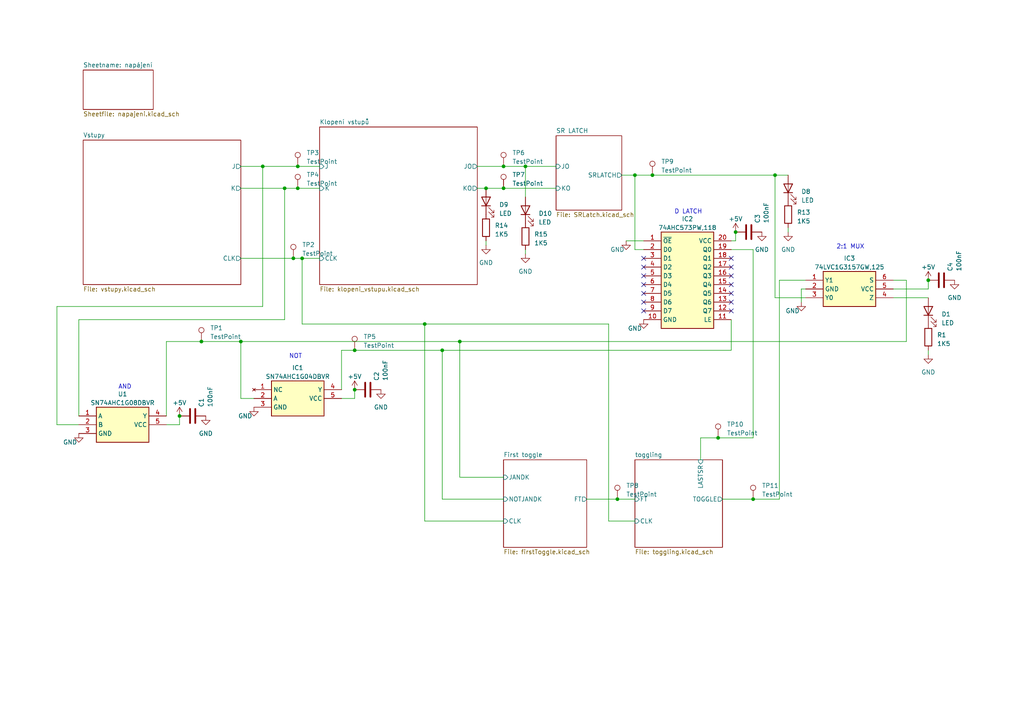
<source format=kicad_sch>
(kicad_sch
	(version 20231120)
	(generator "eeschema")
	(generator_version "8.0")
	(uuid "56463b8e-670e-41df-bd3a-314161dc4bc4")
	(paper "A4")
	(lib_symbols
		(symbol "AAAAAAAAAA:74AHC00D,118"
			(exclude_from_sim no)
			(in_bom yes)
			(on_board yes)
			(property "Reference" "IC"
				(at 21.59 7.62 0)
				(effects
					(font
						(size 1.27 1.27)
					)
					(justify left top)
				)
			)
			(property "Value" "74AHC00D,118"
				(at 21.59 5.08 0)
				(effects
					(font
						(size 1.27 1.27)
					)
					(justify left top)
				)
			)
			(property "Footprint" "SOIC127P600X175-14N"
				(at 21.59 -94.92 0)
				(effects
					(font
						(size 1.27 1.27)
					)
					(justify left top)
					(hide yes)
				)
			)
			(property "Datasheet" "https://assets.nexperia.com/documents/data-sheet/74AHC_AHCT00.pdf"
				(at 21.59 -194.92 0)
				(effects
					(font
						(size 1.27 1.27)
					)
					(justify left top)
					(hide yes)
				)
			)
			(property "Description" "74AHC(T)00 - Quad 2-input NAND gate@en-us"
				(at 0 0 0)
				(effects
					(font
						(size 1.27 1.27)
					)
					(hide yes)
				)
			)
			(property "Height" "1.75"
				(at 21.59 -394.92 0)
				(effects
					(font
						(size 1.27 1.27)
					)
					(justify left top)
					(hide yes)
				)
			)
			(property "TME Electronic Components Part Number" ""
				(at 21.59 -494.92 0)
				(effects
					(font
						(size 1.27 1.27)
					)
					(justify left top)
					(hide yes)
				)
			)
			(property "TME Electronic Components Price/Stock" ""
				(at 21.59 -594.92 0)
				(effects
					(font
						(size 1.27 1.27)
					)
					(justify left top)
					(hide yes)
				)
			)
			(property "Manufacturer_Name" "Nexperia"
				(at 21.59 -694.92 0)
				(effects
					(font
						(size 1.27 1.27)
					)
					(justify left top)
					(hide yes)
				)
			)
			(property "Manufacturer_Part_Number" "74AHC00D,118"
				(at 21.59 -794.92 0)
				(effects
					(font
						(size 1.27 1.27)
					)
					(justify left top)
					(hide yes)
				)
			)
			(symbol "74AHC00D,118_1_1"
				(rectangle
					(start 5.08 2.54)
					(end 20.32 -17.78)
					(stroke
						(width 0.254)
						(type default)
					)
					(fill
						(type background)
					)
				)
				(pin passive line
					(at 0 0 0)
					(length 5.08)
					(name "1A"
						(effects
							(font
								(size 1.27 1.27)
							)
						)
					)
					(number "1"
						(effects
							(font
								(size 1.27 1.27)
							)
						)
					)
				)
				(pin passive line
					(at 25.4 -10.16 180)
					(length 5.08)
					(name "3B"
						(effects
							(font
								(size 1.27 1.27)
							)
						)
					)
					(number "10"
						(effects
							(font
								(size 1.27 1.27)
							)
						)
					)
				)
				(pin passive line
					(at 25.4 -7.62 180)
					(length 5.08)
					(name "4Y"
						(effects
							(font
								(size 1.27 1.27)
							)
						)
					)
					(number "11"
						(effects
							(font
								(size 1.27 1.27)
							)
						)
					)
				)
				(pin passive line
					(at 25.4 -5.08 180)
					(length 5.08)
					(name "4A"
						(effects
							(font
								(size 1.27 1.27)
							)
						)
					)
					(number "12"
						(effects
							(font
								(size 1.27 1.27)
							)
						)
					)
				)
				(pin passive line
					(at 25.4 -2.54 180)
					(length 5.08)
					(name "4B"
						(effects
							(font
								(size 1.27 1.27)
							)
						)
					)
					(number "13"
						(effects
							(font
								(size 1.27 1.27)
							)
						)
					)
				)
				(pin passive line
					(at 25.4 0 180)
					(length 5.08)
					(name "VCC"
						(effects
							(font
								(size 1.27 1.27)
							)
						)
					)
					(number "14"
						(effects
							(font
								(size 1.27 1.27)
							)
						)
					)
				)
				(pin passive line
					(at 0 -2.54 0)
					(length 5.08)
					(name "1B"
						(effects
							(font
								(size 1.27 1.27)
							)
						)
					)
					(number "2"
						(effects
							(font
								(size 1.27 1.27)
							)
						)
					)
				)
				(pin passive line
					(at 0 -5.08 0)
					(length 5.08)
					(name "1Y"
						(effects
							(font
								(size 1.27 1.27)
							)
						)
					)
					(number "3"
						(effects
							(font
								(size 1.27 1.27)
							)
						)
					)
				)
				(pin passive line
					(at 0 -7.62 0)
					(length 5.08)
					(name "2A"
						(effects
							(font
								(size 1.27 1.27)
							)
						)
					)
					(number "4"
						(effects
							(font
								(size 1.27 1.27)
							)
						)
					)
				)
				(pin passive line
					(at 0 -10.16 0)
					(length 5.08)
					(name "2B"
						(effects
							(font
								(size 1.27 1.27)
							)
						)
					)
					(number "5"
						(effects
							(font
								(size 1.27 1.27)
							)
						)
					)
				)
				(pin passive line
					(at 0 -12.7 0)
					(length 5.08)
					(name "2Y"
						(effects
							(font
								(size 1.27 1.27)
							)
						)
					)
					(number "6"
						(effects
							(font
								(size 1.27 1.27)
							)
						)
					)
				)
				(pin passive line
					(at 0 -15.24 0)
					(length 5.08)
					(name "GND"
						(effects
							(font
								(size 1.27 1.27)
							)
						)
					)
					(number "7"
						(effects
							(font
								(size 1.27 1.27)
							)
						)
					)
				)
				(pin passive line
					(at 25.4 -15.24 180)
					(length 5.08)
					(name "3Y"
						(effects
							(font
								(size 1.27 1.27)
							)
						)
					)
					(number "8"
						(effects
							(font
								(size 1.27 1.27)
							)
						)
					)
				)
				(pin passive line
					(at 25.4 -12.7 180)
					(length 5.08)
					(name "3A"
						(effects
							(font
								(size 1.27 1.27)
							)
						)
					)
					(number "9"
						(effects
							(font
								(size 1.27 1.27)
							)
						)
					)
				)
			)
		)
		(symbol "AAAAAAAAAA:74AHC1G79GW,125"
			(exclude_from_sim no)
			(in_bom yes)
			(on_board yes)
			(property "Reference" "IC"
				(at 21.59 7.62 0)
				(effects
					(font
						(size 1.27 1.27)
					)
					(justify left top)
				)
			)
			(property "Value" "74AHC1G79GW,125"
				(at 21.59 5.08 0)
				(effects
					(font
						(size 1.27 1.27)
					)
					(justify left top)
				)
			)
			(property "Footprint" "SOT65P212X110-5N"
				(at 21.59 -94.92 0)
				(effects
					(font
						(size 1.27 1.27)
					)
					(justify left top)
					(hide yes)
				)
			)
			(property "Datasheet" "https://assets.nexperia.com/documents/data-sheet/74AHC_AHCT1G79.pdf"
				(at 21.59 -194.92 0)
				(effects
					(font
						(size 1.27 1.27)
					)
					(justify left top)
					(hide yes)
				)
			)
			(property "Description" "74AHC(T)1G79 - Single D-type flip-flop; positive-edge trigger@en-us"
				(at 0 0 0)
				(effects
					(font
						(size 1.27 1.27)
					)
					(hide yes)
				)
			)
			(property "Height" "1.1"
				(at 21.59 -394.92 0)
				(effects
					(font
						(size 1.27 1.27)
					)
					(justify left top)
					(hide yes)
				)
			)
			(property "TME Electronic Components Part Number" ""
				(at 21.59 -494.92 0)
				(effects
					(font
						(size 1.27 1.27)
					)
					(justify left top)
					(hide yes)
				)
			)
			(property "TME Electronic Components Price/Stock" ""
				(at 21.59 -594.92 0)
				(effects
					(font
						(size 1.27 1.27)
					)
					(justify left top)
					(hide yes)
				)
			)
			(property "Manufacturer_Name" "Nexperia"
				(at 21.59 -694.92 0)
				(effects
					(font
						(size 1.27 1.27)
					)
					(justify left top)
					(hide yes)
				)
			)
			(property "Manufacturer_Part_Number" "74AHC1G79GW,125"
				(at 21.59 -794.92 0)
				(effects
					(font
						(size 1.27 1.27)
					)
					(justify left top)
					(hide yes)
				)
			)
			(symbol "74AHC1G79GW,125_1_1"
				(rectangle
					(start 5.08 2.54)
					(end 20.32 -7.62)
					(stroke
						(width 0.254)
						(type default)
					)
					(fill
						(type background)
					)
				)
				(pin passive line
					(at 0 0 0)
					(length 5.08)
					(name "D"
						(effects
							(font
								(size 1.27 1.27)
							)
						)
					)
					(number "1"
						(effects
							(font
								(size 1.27 1.27)
							)
						)
					)
				)
				(pin passive line
					(at 0 -2.54 0)
					(length 5.08)
					(name "CP"
						(effects
							(font
								(size 1.27 1.27)
							)
						)
					)
					(number "2"
						(effects
							(font
								(size 1.27 1.27)
							)
						)
					)
				)
				(pin passive line
					(at 0 -5.08 0)
					(length 5.08)
					(name "GND"
						(effects
							(font
								(size 1.27 1.27)
							)
						)
					)
					(number "3"
						(effects
							(font
								(size 1.27 1.27)
							)
						)
					)
				)
				(pin passive line
					(at 25.4 0 180)
					(length 5.08)
					(name "Q"
						(effects
							(font
								(size 1.27 1.27)
							)
						)
					)
					(number "4"
						(effects
							(font
								(size 1.27 1.27)
							)
						)
					)
				)
				(pin passive line
					(at 25.4 -2.54 180)
					(length 5.08)
					(name "VCC"
						(effects
							(font
								(size 1.27 1.27)
							)
						)
					)
					(number "5"
						(effects
							(font
								(size 1.27 1.27)
							)
						)
					)
				)
			)
		)
		(symbol "AAAAAAAAAA:74AHC573PW,118"
			(exclude_from_sim no)
			(in_bom yes)
			(on_board yes)
			(property "Reference" "IC"
				(at 21.59 7.62 0)
				(effects
					(font
						(size 1.27 1.27)
					)
					(justify left top)
				)
			)
			(property "Value" "74AHC573PW,118"
				(at 21.59 5.08 0)
				(effects
					(font
						(size 1.27 1.27)
					)
					(justify left top)
				)
			)
			(property "Footprint" "SOP65P640X110-20N"
				(at 21.59 -94.92 0)
				(effects
					(font
						(size 1.27 1.27)
					)
					(justify left top)
					(hide yes)
				)
			)
			(property "Datasheet" "https://assets.nexperia.com/documents/data-sheet/74AHC_AHCT573.pdf"
				(at 21.59 -194.92 0)
				(effects
					(font
						(size 1.27 1.27)
					)
					(justify left top)
					(hide yes)
				)
			)
			(property "Description" "74AHC(T)573 - Octal D-type transparant latch; 3-state@en-us"
				(at 0 0 0)
				(effects
					(font
						(size 1.27 1.27)
					)
					(hide yes)
				)
			)
			(property "Height" "1.1"
				(at 21.59 -394.92 0)
				(effects
					(font
						(size 1.27 1.27)
					)
					(justify left top)
					(hide yes)
				)
			)
			(property "TME Electronic Components Part Number" ""
				(at 21.59 -494.92 0)
				(effects
					(font
						(size 1.27 1.27)
					)
					(justify left top)
					(hide yes)
				)
			)
			(property "TME Electronic Components Price/Stock" ""
				(at 21.59 -594.92 0)
				(effects
					(font
						(size 1.27 1.27)
					)
					(justify left top)
					(hide yes)
				)
			)
			(property "Manufacturer_Name" "Nexperia"
				(at 21.59 -694.92 0)
				(effects
					(font
						(size 1.27 1.27)
					)
					(justify left top)
					(hide yes)
				)
			)
			(property "Manufacturer_Part_Number" "74AHC573PW,118"
				(at 21.59 -794.92 0)
				(effects
					(font
						(size 1.27 1.27)
					)
					(justify left top)
					(hide yes)
				)
			)
			(symbol "74AHC573PW,118_1_1"
				(rectangle
					(start 5.08 2.54)
					(end 20.32 -25.4)
					(stroke
						(width 0.254)
						(type default)
					)
					(fill
						(type background)
					)
				)
				(pin passive line
					(at 0 0 0)
					(length 5.08)
					(name "~{OE}"
						(effects
							(font
								(size 1.27 1.27)
							)
						)
					)
					(number "1"
						(effects
							(font
								(size 1.27 1.27)
							)
						)
					)
				)
				(pin passive line
					(at 0 -22.86 0)
					(length 5.08)
					(name "GND"
						(effects
							(font
								(size 1.27 1.27)
							)
						)
					)
					(number "10"
						(effects
							(font
								(size 1.27 1.27)
							)
						)
					)
				)
				(pin passive line
					(at 25.4 -22.86 180)
					(length 5.08)
					(name "LE"
						(effects
							(font
								(size 1.27 1.27)
							)
						)
					)
					(number "11"
						(effects
							(font
								(size 1.27 1.27)
							)
						)
					)
				)
				(pin passive line
					(at 25.4 -20.32 180)
					(length 5.08)
					(name "Q7"
						(effects
							(font
								(size 1.27 1.27)
							)
						)
					)
					(number "12"
						(effects
							(font
								(size 1.27 1.27)
							)
						)
					)
				)
				(pin passive line
					(at 25.4 -17.78 180)
					(length 5.08)
					(name "Q6"
						(effects
							(font
								(size 1.27 1.27)
							)
						)
					)
					(number "13"
						(effects
							(font
								(size 1.27 1.27)
							)
						)
					)
				)
				(pin passive line
					(at 25.4 -15.24 180)
					(length 5.08)
					(name "Q5"
						(effects
							(font
								(size 1.27 1.27)
							)
						)
					)
					(number "14"
						(effects
							(font
								(size 1.27 1.27)
							)
						)
					)
				)
				(pin passive line
					(at 25.4 -12.7 180)
					(length 5.08)
					(name "Q4"
						(effects
							(font
								(size 1.27 1.27)
							)
						)
					)
					(number "15"
						(effects
							(font
								(size 1.27 1.27)
							)
						)
					)
				)
				(pin passive line
					(at 25.4 -10.16 180)
					(length 5.08)
					(name "Q3"
						(effects
							(font
								(size 1.27 1.27)
							)
						)
					)
					(number "16"
						(effects
							(font
								(size 1.27 1.27)
							)
						)
					)
				)
				(pin passive line
					(at 25.4 -7.62 180)
					(length 5.08)
					(name "Q2"
						(effects
							(font
								(size 1.27 1.27)
							)
						)
					)
					(number "17"
						(effects
							(font
								(size 1.27 1.27)
							)
						)
					)
				)
				(pin passive line
					(at 25.4 -5.08 180)
					(length 5.08)
					(name "Q1"
						(effects
							(font
								(size 1.27 1.27)
							)
						)
					)
					(number "18"
						(effects
							(font
								(size 1.27 1.27)
							)
						)
					)
				)
				(pin passive line
					(at 25.4 -2.54 180)
					(length 5.08)
					(name "Q0"
						(effects
							(font
								(size 1.27 1.27)
							)
						)
					)
					(number "19"
						(effects
							(font
								(size 1.27 1.27)
							)
						)
					)
				)
				(pin passive line
					(at 0 -2.54 0)
					(length 5.08)
					(name "D0"
						(effects
							(font
								(size 1.27 1.27)
							)
						)
					)
					(number "2"
						(effects
							(font
								(size 1.27 1.27)
							)
						)
					)
				)
				(pin passive line
					(at 25.4 0 180)
					(length 5.08)
					(name "VCC"
						(effects
							(font
								(size 1.27 1.27)
							)
						)
					)
					(number "20"
						(effects
							(font
								(size 1.27 1.27)
							)
						)
					)
				)
				(pin passive line
					(at 0 -5.08 0)
					(length 5.08)
					(name "D1"
						(effects
							(font
								(size 1.27 1.27)
							)
						)
					)
					(number "3"
						(effects
							(font
								(size 1.27 1.27)
							)
						)
					)
				)
				(pin passive line
					(at 0 -7.62 0)
					(length 5.08)
					(name "D2"
						(effects
							(font
								(size 1.27 1.27)
							)
						)
					)
					(number "4"
						(effects
							(font
								(size 1.27 1.27)
							)
						)
					)
				)
				(pin passive line
					(at 0 -10.16 0)
					(length 5.08)
					(name "D3"
						(effects
							(font
								(size 1.27 1.27)
							)
						)
					)
					(number "5"
						(effects
							(font
								(size 1.27 1.27)
							)
						)
					)
				)
				(pin passive line
					(at 0 -12.7 0)
					(length 5.08)
					(name "D4"
						(effects
							(font
								(size 1.27 1.27)
							)
						)
					)
					(number "6"
						(effects
							(font
								(size 1.27 1.27)
							)
						)
					)
				)
				(pin passive line
					(at 0 -15.24 0)
					(length 5.08)
					(name "D5"
						(effects
							(font
								(size 1.27 1.27)
							)
						)
					)
					(number "7"
						(effects
							(font
								(size 1.27 1.27)
							)
						)
					)
				)
				(pin passive line
					(at 0 -17.78 0)
					(length 5.08)
					(name "D6"
						(effects
							(font
								(size 1.27 1.27)
							)
						)
					)
					(number "8"
						(effects
							(font
								(size 1.27 1.27)
							)
						)
					)
				)
				(pin passive line
					(at 0 -20.32 0)
					(length 5.08)
					(name "D7"
						(effects
							(font
								(size 1.27 1.27)
							)
						)
					)
					(number "9"
						(effects
							(font
								(size 1.27 1.27)
							)
						)
					)
				)
			)
		)
		(symbol "AAAAAAAAAA:74LVC1G3157GW,125"
			(exclude_from_sim no)
			(in_bom yes)
			(on_board yes)
			(property "Reference" "IC"
				(at 21.59 7.62 0)
				(effects
					(font
						(size 1.27 1.27)
					)
					(justify left top)
				)
			)
			(property "Value" "74LVC1G3157GW,125"
				(at 21.59 5.08 0)
				(effects
					(font
						(size 1.27 1.27)
					)
					(justify left top)
				)
			)
			(property "Footprint" "74LVC1G3157GW125"
				(at 21.59 -94.92 0)
				(effects
					(font
						(size 1.27 1.27)
					)
					(justify left top)
					(hide yes)
				)
			)
			(property "Datasheet" "https://assets.nexperia.com/documents/data-sheet/74LVC1G3157.pdf"
				(at 21.59 -194.92 0)
				(effects
					(font
						(size 1.27 1.27)
					)
					(justify left top)
					(hide yes)
				)
			)
			(property "Description" "Nexperia 74LVC1G3157GW,125, Multiplexer Single 2:1, 3.3 V, 6-Pin TSSOP"
				(at 0 0 0)
				(effects
					(font
						(size 1.27 1.27)
					)
					(hide yes)
				)
			)
			(property "Height" "1.1"
				(at 21.59 -394.92 0)
				(effects
					(font
						(size 1.27 1.27)
					)
					(justify left top)
					(hide yes)
				)
			)
			(property "TME Electronic Components Part Number" ""
				(at 21.59 -494.92 0)
				(effects
					(font
						(size 1.27 1.27)
					)
					(justify left top)
					(hide yes)
				)
			)
			(property "TME Electronic Components Price/Stock" ""
				(at 21.59 -594.92 0)
				(effects
					(font
						(size 1.27 1.27)
					)
					(justify left top)
					(hide yes)
				)
			)
			(property "Manufacturer_Name" "Nexperia"
				(at 21.59 -694.92 0)
				(effects
					(font
						(size 1.27 1.27)
					)
					(justify left top)
					(hide yes)
				)
			)
			(property "Manufacturer_Part_Number" "74LVC1G3157GW,125"
				(at 21.59 -794.92 0)
				(effects
					(font
						(size 1.27 1.27)
					)
					(justify left top)
					(hide yes)
				)
			)
			(symbol "74LVC1G3157GW,125_1_1"
				(rectangle
					(start 5.08 2.54)
					(end 20.32 -7.62)
					(stroke
						(width 0.254)
						(type default)
					)
					(fill
						(type background)
					)
				)
				(pin passive line
					(at 0 0 0)
					(length 5.08)
					(name "Y1"
						(effects
							(font
								(size 1.27 1.27)
							)
						)
					)
					(number "1"
						(effects
							(font
								(size 1.27 1.27)
							)
						)
					)
				)
				(pin passive line
					(at 0 -2.54 0)
					(length 5.08)
					(name "GND"
						(effects
							(font
								(size 1.27 1.27)
							)
						)
					)
					(number "2"
						(effects
							(font
								(size 1.27 1.27)
							)
						)
					)
				)
				(pin passive line
					(at 0 -5.08 0)
					(length 5.08)
					(name "Y0"
						(effects
							(font
								(size 1.27 1.27)
							)
						)
					)
					(number "3"
						(effects
							(font
								(size 1.27 1.27)
							)
						)
					)
				)
				(pin passive line
					(at 25.4 -5.08 180)
					(length 5.08)
					(name "Z"
						(effects
							(font
								(size 1.27 1.27)
							)
						)
					)
					(number "4"
						(effects
							(font
								(size 1.27 1.27)
							)
						)
					)
				)
				(pin passive line
					(at 25.4 -2.54 180)
					(length 5.08)
					(name "VCC"
						(effects
							(font
								(size 1.27 1.27)
							)
						)
					)
					(number "5"
						(effects
							(font
								(size 1.27 1.27)
							)
						)
					)
				)
				(pin passive line
					(at 25.4 0 180)
					(length 5.08)
					(name "S"
						(effects
							(font
								(size 1.27 1.27)
							)
						)
					)
					(number "6"
						(effects
							(font
								(size 1.27 1.27)
							)
						)
					)
				)
			)
		)
		(symbol "AAAAAAAAAA:SN74AHC1G02DBVR"
			(exclude_from_sim no)
			(in_bom yes)
			(on_board yes)
			(property "Reference" "IC"
				(at 21.59 7.62 0)
				(effects
					(font
						(size 1.27 1.27)
					)
					(justify left top)
				)
			)
			(property "Value" "SN74AHC1G02DBVR"
				(at 21.59 5.08 0)
				(effects
					(font
						(size 1.27 1.27)
					)
					(justify left top)
				)
			)
			(property "Footprint" "SOT95P280X145-5N"
				(at 21.59 -94.92 0)
				(effects
					(font
						(size 1.27 1.27)
					)
					(justify left top)
					(hide yes)
				)
			)
			(property "Datasheet" "http://www.ti.com/lit/gpn/sn74ahc1g02"
				(at 21.59 -194.92 0)
				(effects
					(font
						(size 1.27 1.27)
					)
					(justify left top)
					(hide yes)
				)
			)
			(property "Description" "Single 2-Input Positive-NOR Gate"
				(at 0 0 0)
				(effects
					(font
						(size 1.27 1.27)
					)
					(hide yes)
				)
			)
			(property "Height" "1.45"
				(at 21.59 -394.92 0)
				(effects
					(font
						(size 1.27 1.27)
					)
					(justify left top)
					(hide yes)
				)
			)
			(property "TME Electronic Components Part Number" ""
				(at 21.59 -494.92 0)
				(effects
					(font
						(size 1.27 1.27)
					)
					(justify left top)
					(hide yes)
				)
			)
			(property "TME Electronic Components Price/Stock" ""
				(at 21.59 -594.92 0)
				(effects
					(font
						(size 1.27 1.27)
					)
					(justify left top)
					(hide yes)
				)
			)
			(property "Manufacturer_Name" "Texas Instruments"
				(at 21.59 -694.92 0)
				(effects
					(font
						(size 1.27 1.27)
					)
					(justify left top)
					(hide yes)
				)
			)
			(property "Manufacturer_Part_Number" "SN74AHC1G02DBVR"
				(at 21.59 -794.92 0)
				(effects
					(font
						(size 1.27 1.27)
					)
					(justify left top)
					(hide yes)
				)
			)
			(symbol "SN74AHC1G02DBVR_1_1"
				(rectangle
					(start 5.08 2.54)
					(end 20.32 -7.62)
					(stroke
						(width 0.254)
						(type default)
					)
					(fill
						(type background)
					)
				)
				(pin passive line
					(at 0 0 0)
					(length 5.08)
					(name "A"
						(effects
							(font
								(size 1.27 1.27)
							)
						)
					)
					(number "1"
						(effects
							(font
								(size 1.27 1.27)
							)
						)
					)
				)
				(pin passive line
					(at 0 -2.54 0)
					(length 5.08)
					(name "B"
						(effects
							(font
								(size 1.27 1.27)
							)
						)
					)
					(number "2"
						(effects
							(font
								(size 1.27 1.27)
							)
						)
					)
				)
				(pin passive line
					(at 0 -5.08 0)
					(length 5.08)
					(name "GND"
						(effects
							(font
								(size 1.27 1.27)
							)
						)
					)
					(number "3"
						(effects
							(font
								(size 1.27 1.27)
							)
						)
					)
				)
				(pin passive line
					(at 25.4 0 180)
					(length 5.08)
					(name "Y"
						(effects
							(font
								(size 1.27 1.27)
							)
						)
					)
					(number "4"
						(effects
							(font
								(size 1.27 1.27)
							)
						)
					)
				)
				(pin passive line
					(at 25.4 -2.54 180)
					(length 5.08)
					(name "VCC"
						(effects
							(font
								(size 1.27 1.27)
							)
						)
					)
					(number "5"
						(effects
							(font
								(size 1.27 1.27)
							)
						)
					)
				)
			)
		)
		(symbol "AAAAAAAAAA:SN74AHC1G04DBVR"
			(exclude_from_sim no)
			(in_bom yes)
			(on_board yes)
			(property "Reference" "IC"
				(at 21.59 7.62 0)
				(effects
					(font
						(size 1.27 1.27)
					)
					(justify left top)
				)
			)
			(property "Value" "SN74AHC1G04DBVR"
				(at 21.59 5.08 0)
				(effects
					(font
						(size 1.27 1.27)
					)
					(justify left top)
				)
			)
			(property "Footprint" "SOT95P280X145-5N"
				(at 21.59 -94.92 0)
				(effects
					(font
						(size 1.27 1.27)
					)
					(justify left top)
					(hide yes)
				)
			)
			(property "Datasheet" "https://datasheet.datasheetarchive.com/originals/distributors/SFDatasheet-6/sf-000129664.pdf"
				(at 21.59 -194.92 0)
				(effects
					(font
						(size 1.27 1.27)
					)
					(justify left top)
					(hide yes)
				)
			)
			(property "Description" "SN74AHC1G04 Single Schmitt-Trigger Inverter Gate"
				(at 0 0 0)
				(effects
					(font
						(size 1.27 1.27)
					)
					(hide yes)
				)
			)
			(property "Height" "1.45"
				(at 21.59 -394.92 0)
				(effects
					(font
						(size 1.27 1.27)
					)
					(justify left top)
					(hide yes)
				)
			)
			(property "TME Electronic Components Part Number" ""
				(at 21.59 -494.92 0)
				(effects
					(font
						(size 1.27 1.27)
					)
					(justify left top)
					(hide yes)
				)
			)
			(property "TME Electronic Components Price/Stock" ""
				(at 21.59 -594.92 0)
				(effects
					(font
						(size 1.27 1.27)
					)
					(justify left top)
					(hide yes)
				)
			)
			(property "Manufacturer_Name" "Texas Instruments"
				(at 21.59 -694.92 0)
				(effects
					(font
						(size 1.27 1.27)
					)
					(justify left top)
					(hide yes)
				)
			)
			(property "Manufacturer_Part_Number" "SN74AHC1G04DBVR"
				(at 21.59 -794.92 0)
				(effects
					(font
						(size 1.27 1.27)
					)
					(justify left top)
					(hide yes)
				)
			)
			(symbol "SN74AHC1G04DBVR_1_1"
				(rectangle
					(start 5.08 2.54)
					(end 20.32 -7.62)
					(stroke
						(width 0.254)
						(type default)
					)
					(fill
						(type background)
					)
				)
				(pin no_connect line
					(at 0 0 0)
					(length 5.08)
					(name "NC"
						(effects
							(font
								(size 1.27 1.27)
							)
						)
					)
					(number "1"
						(effects
							(font
								(size 1.27 1.27)
							)
						)
					)
				)
				(pin passive line
					(at 0 -2.54 0)
					(length 5.08)
					(name "A"
						(effects
							(font
								(size 1.27 1.27)
							)
						)
					)
					(number "2"
						(effects
							(font
								(size 1.27 1.27)
							)
						)
					)
				)
				(pin power_in line
					(at 0 -5.08 0)
					(length 5.08)
					(name "GND"
						(effects
							(font
								(size 1.27 1.27)
							)
						)
					)
					(number "3"
						(effects
							(font
								(size 1.27 1.27)
							)
						)
					)
				)
				(pin passive line
					(at 25.4 0 180)
					(length 5.08)
					(name "Y"
						(effects
							(font
								(size 1.27 1.27)
							)
						)
					)
					(number "4"
						(effects
							(font
								(size 1.27 1.27)
							)
						)
					)
				)
				(pin power_in line
					(at 25.4 -2.54 180)
					(length 5.08)
					(name "VCC"
						(effects
							(font
								(size 1.27 1.27)
							)
						)
					)
					(number "5"
						(effects
							(font
								(size 1.27 1.27)
							)
						)
					)
				)
			)
		)
		(symbol "AAAAAAAAAA:SN74AHC1G08DBVR"
			(exclude_from_sim no)
			(in_bom yes)
			(on_board yes)
			(property "Reference" "U"
				(at 21.59 7.62 0)
				(effects
					(font
						(size 1.27 1.27)
					)
					(justify left top)
				)
			)
			(property "Value" "SN74AHC1G08DBVR"
				(at 21.59 5.08 0)
				(effects
					(font
						(size 1.27 1.27)
					)
					(justify left top)
				)
			)
			(property "Footprint" "SOT95P280X145-5N"
				(at 21.59 -94.92 0)
				(effects
					(font
						(size 1.27 1.27)
					)
					(justify left top)
					(hide yes)
				)
			)
			(property "Datasheet" "http://www.ti.com/general/docs/lit/getliterature.tsp?genericPartNumber=SN74AHC1G08&&fileType=pdf"
				(at 21.59 -194.92 0)
				(effects
					(font
						(size 1.27 1.27)
					)
					(justify left top)
					(hide yes)
				)
			)
			(property "Description" "Texas Instruments SN74AHC1G08DBVR, 2-Input AND Logic Gate, 2  5.5 V, 5-Pin SOT-23"
				(at 0 0 0)
				(effects
					(font
						(size 1.27 1.27)
					)
					(hide yes)
				)
			)
			(property "Height" "1.45"
				(at 21.59 -394.92 0)
				(effects
					(font
						(size 1.27 1.27)
					)
					(justify left top)
					(hide yes)
				)
			)
			(property "TME Electronic Components Part Number" ""
				(at 21.59 -494.92 0)
				(effects
					(font
						(size 1.27 1.27)
					)
					(justify left top)
					(hide yes)
				)
			)
			(property "TME Electronic Components Price/Stock" ""
				(at 21.59 -594.92 0)
				(effects
					(font
						(size 1.27 1.27)
					)
					(justify left top)
					(hide yes)
				)
			)
			(property "Manufacturer_Name" "Texas Instruments"
				(at 21.59 -694.92 0)
				(effects
					(font
						(size 1.27 1.27)
					)
					(justify left top)
					(hide yes)
				)
			)
			(property "Manufacturer_Part_Number" "SN74AHC1G08DBVR"
				(at 21.59 -794.92 0)
				(effects
					(font
						(size 1.27 1.27)
					)
					(justify left top)
					(hide yes)
				)
			)
			(symbol "SN74AHC1G08DBVR_1_1"
				(rectangle
					(start 5.08 2.54)
					(end 20.32 -7.62)
					(stroke
						(width 0.254)
						(type default)
					)
					(fill
						(type background)
					)
				)
				(pin passive line
					(at 0 0 0)
					(length 5.08)
					(name "A"
						(effects
							(font
								(size 1.27 1.27)
							)
						)
					)
					(number "1"
						(effects
							(font
								(size 1.27 1.27)
							)
						)
					)
				)
				(pin passive line
					(at 0 -2.54 0)
					(length 5.08)
					(name "B"
						(effects
							(font
								(size 1.27 1.27)
							)
						)
					)
					(number "2"
						(effects
							(font
								(size 1.27 1.27)
							)
						)
					)
				)
				(pin passive line
					(at 0 -5.08 0)
					(length 5.08)
					(name "GND"
						(effects
							(font
								(size 1.27 1.27)
							)
						)
					)
					(number "3"
						(effects
							(font
								(size 1.27 1.27)
							)
						)
					)
				)
				(pin passive line
					(at 25.4 0 180)
					(length 5.08)
					(name "Y"
						(effects
							(font
								(size 1.27 1.27)
							)
						)
					)
					(number "4"
						(effects
							(font
								(size 1.27 1.27)
							)
						)
					)
				)
				(pin passive line
					(at 25.4 -2.54 180)
					(length 5.08)
					(name "VCC"
						(effects
							(font
								(size 1.27 1.27)
							)
						)
					)
					(number "5"
						(effects
							(font
								(size 1.27 1.27)
							)
						)
					)
				)
			)
		)
		(symbol "AAAAAAAAAA:SN74AHC1G32DBVR"
			(exclude_from_sim no)
			(in_bom yes)
			(on_board yes)
			(property "Reference" "IC"
				(at 21.59 7.62 0)
				(effects
					(font
						(size 1.27 1.27)
					)
					(justify left top)
				)
			)
			(property "Value" "SN74AHC1G32DBVR"
				(at 21.59 5.08 0)
				(effects
					(font
						(size 1.27 1.27)
					)
					(justify left top)
				)
			)
			(property "Footprint" "SOT95P280X145-5N"
				(at 21.59 -94.92 0)
				(effects
					(font
						(size 1.27 1.27)
					)
					(justify left top)
					(hide yes)
				)
			)
			(property "Datasheet" "http://www.ti.com/lit/gpn/sn74ahc1g32"
				(at 21.59 -194.92 0)
				(effects
					(font
						(size 1.27 1.27)
					)
					(justify left top)
					(hide yes)
				)
			)
			(property "Description" "Single 2-Input Positive-OR Gate"
				(at 0 0 0)
				(effects
					(font
						(size 1.27 1.27)
					)
					(hide yes)
				)
			)
			(property "Height" "1.45"
				(at 21.59 -394.92 0)
				(effects
					(font
						(size 1.27 1.27)
					)
					(justify left top)
					(hide yes)
				)
			)
			(property "TME Electronic Components Part Number" ""
				(at 21.59 -494.92 0)
				(effects
					(font
						(size 1.27 1.27)
					)
					(justify left top)
					(hide yes)
				)
			)
			(property "TME Electronic Components Price/Stock" ""
				(at 21.59 -594.92 0)
				(effects
					(font
						(size 1.27 1.27)
					)
					(justify left top)
					(hide yes)
				)
			)
			(property "Manufacturer_Name" "Texas Instruments"
				(at 21.59 -694.92 0)
				(effects
					(font
						(size 1.27 1.27)
					)
					(justify left top)
					(hide yes)
				)
			)
			(property "Manufacturer_Part_Number" "SN74AHC1G32DBVR"
				(at 21.59 -794.92 0)
				(effects
					(font
						(size 1.27 1.27)
					)
					(justify left top)
					(hide yes)
				)
			)
			(symbol "SN74AHC1G32DBVR_1_1"
				(rectangle
					(start 5.08 2.54)
					(end 20.32 -7.62)
					(stroke
						(width 0.254)
						(type default)
					)
					(fill
						(type background)
					)
				)
				(pin passive line
					(at 0 0 0)
					(length 5.08)
					(name "A"
						(effects
							(font
								(size 1.27 1.27)
							)
						)
					)
					(number "1"
						(effects
							(font
								(size 1.27 1.27)
							)
						)
					)
				)
				(pin passive line
					(at 0 -2.54 0)
					(length 5.08)
					(name "B"
						(effects
							(font
								(size 1.27 1.27)
							)
						)
					)
					(number "2"
						(effects
							(font
								(size 1.27 1.27)
							)
						)
					)
				)
				(pin passive line
					(at 0 -5.08 0)
					(length 5.08)
					(name "GND"
						(effects
							(font
								(size 1.27 1.27)
							)
						)
					)
					(number "3"
						(effects
							(font
								(size 1.27 1.27)
							)
						)
					)
				)
				(pin passive line
					(at 25.4 0 180)
					(length 5.08)
					(name "Y"
						(effects
							(font
								(size 1.27 1.27)
							)
						)
					)
					(number "4"
						(effects
							(font
								(size 1.27 1.27)
							)
						)
					)
				)
				(pin passive line
					(at 25.4 -2.54 180)
					(length 5.08)
					(name "VCC"
						(effects
							(font
								(size 1.27 1.27)
							)
						)
					)
					(number "5"
						(effects
							(font
								(size 1.27 1.27)
							)
						)
					)
				)
			)
		)
		(symbol "AAAAAAAAAA:SN74HC02DR"
			(exclude_from_sim no)
			(in_bom yes)
			(on_board yes)
			(property "Reference" "IC"
				(at 21.59 7.62 0)
				(effects
					(font
						(size 1.27 1.27)
					)
					(justify left top)
				)
			)
			(property "Value" "SN74HC02DR"
				(at 21.59 5.08 0)
				(effects
					(font
						(size 1.27 1.27)
					)
					(justify left top)
				)
			)
			(property "Footprint" "SOIC127P600X175-14N"
				(at 21.59 -94.92 0)
				(effects
					(font
						(size 1.27 1.27)
					)
					(justify left top)
					(hide yes)
				)
			)
			(property "Datasheet" "https://datasheet.datasheetarchive.com/originals/distributors/Datasheets-302/22846.pdf"
				(at 21.59 -194.92 0)
				(effects
					(font
						(size 1.27 1.27)
					)
					(justify left top)
					(hide yes)
				)
			)
			(property "Description" "SN74HC02DR, Logic Gate Quad 2 Input NOR, HC, 5.2mA 2 ??? 6 V 14-Pin SOIC"
				(at 0 0 0)
				(effects
					(font
						(size 1.27 1.27)
					)
					(hide yes)
				)
			)
			(property "Height" "1.75"
				(at 21.59 -394.92 0)
				(effects
					(font
						(size 1.27 1.27)
					)
					(justify left top)
					(hide yes)
				)
			)
			(property "TME Electronic Components Part Number" ""
				(at 21.59 -494.92 0)
				(effects
					(font
						(size 1.27 1.27)
					)
					(justify left top)
					(hide yes)
				)
			)
			(property "TME Electronic Components Price/Stock" ""
				(at 21.59 -594.92 0)
				(effects
					(font
						(size 1.27 1.27)
					)
					(justify left top)
					(hide yes)
				)
			)
			(property "Manufacturer_Name" "Texas Instruments"
				(at 21.59 -694.92 0)
				(effects
					(font
						(size 1.27 1.27)
					)
					(justify left top)
					(hide yes)
				)
			)
			(property "Manufacturer_Part_Number" "SN74HC02DR"
				(at 21.59 -794.92 0)
				(effects
					(font
						(size 1.27 1.27)
					)
					(justify left top)
					(hide yes)
				)
			)
			(symbol "SN74HC02DR_1_1"
				(rectangle
					(start 5.08 2.54)
					(end 20.32 -17.78)
					(stroke
						(width 0.254)
						(type default)
					)
					(fill
						(type background)
					)
				)
				(pin passive line
					(at 0 0 0)
					(length 5.08)
					(name "1Y"
						(effects
							(font
								(size 1.27 1.27)
							)
						)
					)
					(number "1"
						(effects
							(font
								(size 1.27 1.27)
							)
						)
					)
				)
				(pin passive line
					(at 25.4 -10.16 180)
					(length 5.08)
					(name "3Y"
						(effects
							(font
								(size 1.27 1.27)
							)
						)
					)
					(number "10"
						(effects
							(font
								(size 1.27 1.27)
							)
						)
					)
				)
				(pin passive line
					(at 25.4 -7.62 180)
					(length 5.08)
					(name "4A"
						(effects
							(font
								(size 1.27 1.27)
							)
						)
					)
					(number "11"
						(effects
							(font
								(size 1.27 1.27)
							)
						)
					)
				)
				(pin passive line
					(at 25.4 -5.08 180)
					(length 5.08)
					(name "4B"
						(effects
							(font
								(size 1.27 1.27)
							)
						)
					)
					(number "12"
						(effects
							(font
								(size 1.27 1.27)
							)
						)
					)
				)
				(pin passive line
					(at 25.4 -2.54 180)
					(length 5.08)
					(name "4Y"
						(effects
							(font
								(size 1.27 1.27)
							)
						)
					)
					(number "13"
						(effects
							(font
								(size 1.27 1.27)
							)
						)
					)
				)
				(pin power_in line
					(at 25.4 0 180)
					(length 5.08)
					(name "VCC"
						(effects
							(font
								(size 1.27 1.27)
							)
						)
					)
					(number "14"
						(effects
							(font
								(size 1.27 1.27)
							)
						)
					)
				)
				(pin passive line
					(at 0 -2.54 0)
					(length 5.08)
					(name "1A"
						(effects
							(font
								(size 1.27 1.27)
							)
						)
					)
					(number "2"
						(effects
							(font
								(size 1.27 1.27)
							)
						)
					)
				)
				(pin passive line
					(at 0 -5.08 0)
					(length 5.08)
					(name "1B"
						(effects
							(font
								(size 1.27 1.27)
							)
						)
					)
					(number "3"
						(effects
							(font
								(size 1.27 1.27)
							)
						)
					)
				)
				(pin passive line
					(at 0 -7.62 0)
					(length 5.08)
					(name "2Y"
						(effects
							(font
								(size 1.27 1.27)
							)
						)
					)
					(number "4"
						(effects
							(font
								(size 1.27 1.27)
							)
						)
					)
				)
				(pin passive line
					(at 0 -10.16 0)
					(length 5.08)
					(name "2A"
						(effects
							(font
								(size 1.27 1.27)
							)
						)
					)
					(number "5"
						(effects
							(font
								(size 1.27 1.27)
							)
						)
					)
				)
				(pin passive line
					(at 0 -12.7 0)
					(length 5.08)
					(name "2B"
						(effects
							(font
								(size 1.27 1.27)
							)
						)
					)
					(number "6"
						(effects
							(font
								(size 1.27 1.27)
							)
						)
					)
				)
				(pin power_in line
					(at 0 -15.24 0)
					(length 5.08)
					(name "GND"
						(effects
							(font
								(size 1.27 1.27)
							)
						)
					)
					(number "7"
						(effects
							(font
								(size 1.27 1.27)
							)
						)
					)
				)
				(pin passive line
					(at 25.4 -15.24 180)
					(length 5.08)
					(name "3A"
						(effects
							(font
								(size 1.27 1.27)
							)
						)
					)
					(number "8"
						(effects
							(font
								(size 1.27 1.27)
							)
						)
					)
				)
				(pin passive line
					(at 25.4 -12.7 180)
					(length 5.08)
					(name "3B"
						(effects
							(font
								(size 1.27 1.27)
							)
						)
					)
					(number "9"
						(effects
							(font
								(size 1.27 1.27)
							)
						)
					)
				)
			)
		)
		(symbol "Connector:TestPoint"
			(pin_numbers hide)
			(pin_names
				(offset 0.762) hide)
			(exclude_from_sim no)
			(in_bom yes)
			(on_board yes)
			(property "Reference" "TP"
				(at 0 6.858 0)
				(effects
					(font
						(size 1.27 1.27)
					)
				)
			)
			(property "Value" "TestPoint"
				(at 0 5.08 0)
				(effects
					(font
						(size 1.27 1.27)
					)
				)
			)
			(property "Footprint" ""
				(at 5.08 0 0)
				(effects
					(font
						(size 1.27 1.27)
					)
					(hide yes)
				)
			)
			(property "Datasheet" "~"
				(at 5.08 0 0)
				(effects
					(font
						(size 1.27 1.27)
					)
					(hide yes)
				)
			)
			(property "Description" "test point"
				(at 0 0 0)
				(effects
					(font
						(size 1.27 1.27)
					)
					(hide yes)
				)
			)
			(property "ki_keywords" "test point tp"
				(at 0 0 0)
				(effects
					(font
						(size 1.27 1.27)
					)
					(hide yes)
				)
			)
			(property "ki_fp_filters" "Pin* Test*"
				(at 0 0 0)
				(effects
					(font
						(size 1.27 1.27)
					)
					(hide yes)
				)
			)
			(symbol "TestPoint_0_1"
				(circle
					(center 0 3.302)
					(radius 0.762)
					(stroke
						(width 0)
						(type default)
					)
					(fill
						(type none)
					)
				)
			)
			(symbol "TestPoint_1_1"
				(pin passive line
					(at 0 0 90)
					(length 2.54)
					(name "1"
						(effects
							(font
								(size 1.27 1.27)
							)
						)
					)
					(number "1"
						(effects
							(font
								(size 1.27 1.27)
							)
						)
					)
				)
			)
		)
		(symbol "Device:C"
			(pin_numbers hide)
			(pin_names
				(offset 0.254)
			)
			(exclude_from_sim no)
			(in_bom yes)
			(on_board yes)
			(property "Reference" "C"
				(at 0.635 2.54 0)
				(effects
					(font
						(size 1.27 1.27)
					)
					(justify left)
				)
			)
			(property "Value" "C"
				(at 0.635 -2.54 0)
				(effects
					(font
						(size 1.27 1.27)
					)
					(justify left)
				)
			)
			(property "Footprint" ""
				(at 0.9652 -3.81 0)
				(effects
					(font
						(size 1.27 1.27)
					)
					(hide yes)
				)
			)
			(property "Datasheet" "~"
				(at 0 0 0)
				(effects
					(font
						(size 1.27 1.27)
					)
					(hide yes)
				)
			)
			(property "Description" "Unpolarized capacitor"
				(at 0 0 0)
				(effects
					(font
						(size 1.27 1.27)
					)
					(hide yes)
				)
			)
			(property "ki_keywords" "cap capacitor"
				(at 0 0 0)
				(effects
					(font
						(size 1.27 1.27)
					)
					(hide yes)
				)
			)
			(property "ki_fp_filters" "C_*"
				(at 0 0 0)
				(effects
					(font
						(size 1.27 1.27)
					)
					(hide yes)
				)
			)
			(symbol "C_0_1"
				(polyline
					(pts
						(xy -2.032 -0.762) (xy 2.032 -0.762)
					)
					(stroke
						(width 0.508)
						(type default)
					)
					(fill
						(type none)
					)
				)
				(polyline
					(pts
						(xy -2.032 0.762) (xy 2.032 0.762)
					)
					(stroke
						(width 0.508)
						(type default)
					)
					(fill
						(type none)
					)
				)
			)
			(symbol "C_1_1"
				(pin passive line
					(at 0 3.81 270)
					(length 2.794)
					(name "~"
						(effects
							(font
								(size 1.27 1.27)
							)
						)
					)
					(number "1"
						(effects
							(font
								(size 1.27 1.27)
							)
						)
					)
				)
				(pin passive line
					(at 0 -3.81 90)
					(length 2.794)
					(name "~"
						(effects
							(font
								(size 1.27 1.27)
							)
						)
					)
					(number "2"
						(effects
							(font
								(size 1.27 1.27)
							)
						)
					)
				)
			)
		)
		(symbol "Device:LED"
			(pin_numbers hide)
			(pin_names
				(offset 1.016) hide)
			(exclude_from_sim no)
			(in_bom yes)
			(on_board yes)
			(property "Reference" "D"
				(at 0 2.54 0)
				(effects
					(font
						(size 1.27 1.27)
					)
				)
			)
			(property "Value" "LED"
				(at 0 -2.54 0)
				(effects
					(font
						(size 1.27 1.27)
					)
				)
			)
			(property "Footprint" ""
				(at 0 0 0)
				(effects
					(font
						(size 1.27 1.27)
					)
					(hide yes)
				)
			)
			(property "Datasheet" "~"
				(at 0 0 0)
				(effects
					(font
						(size 1.27 1.27)
					)
					(hide yes)
				)
			)
			(property "Description" "Light emitting diode"
				(at 0 0 0)
				(effects
					(font
						(size 1.27 1.27)
					)
					(hide yes)
				)
			)
			(property "ki_keywords" "LED diode"
				(at 0 0 0)
				(effects
					(font
						(size 1.27 1.27)
					)
					(hide yes)
				)
			)
			(property "ki_fp_filters" "LED* LED_SMD:* LED_THT:*"
				(at 0 0 0)
				(effects
					(font
						(size 1.27 1.27)
					)
					(hide yes)
				)
			)
			(symbol "LED_0_1"
				(polyline
					(pts
						(xy -1.27 -1.27) (xy -1.27 1.27)
					)
					(stroke
						(width 0.254)
						(type default)
					)
					(fill
						(type none)
					)
				)
				(polyline
					(pts
						(xy -1.27 0) (xy 1.27 0)
					)
					(stroke
						(width 0)
						(type default)
					)
					(fill
						(type none)
					)
				)
				(polyline
					(pts
						(xy 1.27 -1.27) (xy 1.27 1.27) (xy -1.27 0) (xy 1.27 -1.27)
					)
					(stroke
						(width 0.254)
						(type default)
					)
					(fill
						(type none)
					)
				)
				(polyline
					(pts
						(xy -3.048 -0.762) (xy -4.572 -2.286) (xy -3.81 -2.286) (xy -4.572 -2.286) (xy -4.572 -1.524)
					)
					(stroke
						(width 0)
						(type default)
					)
					(fill
						(type none)
					)
				)
				(polyline
					(pts
						(xy -1.778 -0.762) (xy -3.302 -2.286) (xy -2.54 -2.286) (xy -3.302 -2.286) (xy -3.302 -1.524)
					)
					(stroke
						(width 0)
						(type default)
					)
					(fill
						(type none)
					)
				)
			)
			(symbol "LED_1_1"
				(pin passive line
					(at -3.81 0 0)
					(length 2.54)
					(name "K"
						(effects
							(font
								(size 1.27 1.27)
							)
						)
					)
					(number "1"
						(effects
							(font
								(size 1.27 1.27)
							)
						)
					)
				)
				(pin passive line
					(at 3.81 0 180)
					(length 2.54)
					(name "A"
						(effects
							(font
								(size 1.27 1.27)
							)
						)
					)
					(number "2"
						(effects
							(font
								(size 1.27 1.27)
							)
						)
					)
				)
			)
		)
		(symbol "Device:R"
			(pin_numbers hide)
			(pin_names
				(offset 0)
			)
			(exclude_from_sim no)
			(in_bom yes)
			(on_board yes)
			(property "Reference" "R"
				(at 2.032 0 90)
				(effects
					(font
						(size 1.27 1.27)
					)
				)
			)
			(property "Value" "R"
				(at 0 0 90)
				(effects
					(font
						(size 1.27 1.27)
					)
				)
			)
			(property "Footprint" ""
				(at -1.778 0 90)
				(effects
					(font
						(size 1.27 1.27)
					)
					(hide yes)
				)
			)
			(property "Datasheet" "~"
				(at 0 0 0)
				(effects
					(font
						(size 1.27 1.27)
					)
					(hide yes)
				)
			)
			(property "Description" "Resistor"
				(at 0 0 0)
				(effects
					(font
						(size 1.27 1.27)
					)
					(hide yes)
				)
			)
			(property "ki_keywords" "R res resistor"
				(at 0 0 0)
				(effects
					(font
						(size 1.27 1.27)
					)
					(hide yes)
				)
			)
			(property "ki_fp_filters" "R_*"
				(at 0 0 0)
				(effects
					(font
						(size 1.27 1.27)
					)
					(hide yes)
				)
			)
			(symbol "R_0_1"
				(rectangle
					(start -1.016 -2.54)
					(end 1.016 2.54)
					(stroke
						(width 0.254)
						(type default)
					)
					(fill
						(type none)
					)
				)
			)
			(symbol "R_1_1"
				(pin passive line
					(at 0 3.81 270)
					(length 1.27)
					(name "~"
						(effects
							(font
								(size 1.27 1.27)
							)
						)
					)
					(number "1"
						(effects
							(font
								(size 1.27 1.27)
							)
						)
					)
				)
				(pin passive line
					(at 0 -3.81 90)
					(length 1.27)
					(name "~"
						(effects
							(font
								(size 1.27 1.27)
							)
						)
					)
					(number "2"
						(effects
							(font
								(size 1.27 1.27)
							)
						)
					)
				)
			)
		)
		(symbol "power:+5V"
			(power)
			(pin_names
				(offset 0)
			)
			(exclude_from_sim no)
			(in_bom yes)
			(on_board yes)
			(property "Reference" "#PWR"
				(at 0 -3.81 0)
				(effects
					(font
						(size 1.27 1.27)
					)
					(hide yes)
				)
			)
			(property "Value" "+5V"
				(at 0 3.556 0)
				(effects
					(font
						(size 1.27 1.27)
					)
				)
			)
			(property "Footprint" ""
				(at 0 0 0)
				(effects
					(font
						(size 1.27 1.27)
					)
					(hide yes)
				)
			)
			(property "Datasheet" ""
				(at 0 0 0)
				(effects
					(font
						(size 1.27 1.27)
					)
					(hide yes)
				)
			)
			(property "Description" "Power symbol creates a global label with name \"+5V\""
				(at 0 0 0)
				(effects
					(font
						(size 1.27 1.27)
					)
					(hide yes)
				)
			)
			(property "ki_keywords" "global power"
				(at 0 0 0)
				(effects
					(font
						(size 1.27 1.27)
					)
					(hide yes)
				)
			)
			(symbol "+5V_0_1"
				(polyline
					(pts
						(xy -0.762 1.27) (xy 0 2.54)
					)
					(stroke
						(width 0)
						(type default)
					)
					(fill
						(type none)
					)
				)
				(polyline
					(pts
						(xy 0 0) (xy 0 2.54)
					)
					(stroke
						(width 0)
						(type default)
					)
					(fill
						(type none)
					)
				)
				(polyline
					(pts
						(xy 0 2.54) (xy 0.762 1.27)
					)
					(stroke
						(width 0)
						(type default)
					)
					(fill
						(type none)
					)
				)
			)
			(symbol "+5V_1_1"
				(pin power_in line
					(at 0 0 90)
					(length 0) hide
					(name "+5V"
						(effects
							(font
								(size 1.27 1.27)
							)
						)
					)
					(number "1"
						(effects
							(font
								(size 1.27 1.27)
							)
						)
					)
				)
			)
		)
		(symbol "power:GND"
			(power)
			(pin_names
				(offset 0)
			)
			(exclude_from_sim no)
			(in_bom yes)
			(on_board yes)
			(property "Reference" "#PWR"
				(at 0 -6.35 0)
				(effects
					(font
						(size 1.27 1.27)
					)
					(hide yes)
				)
			)
			(property "Value" "GND"
				(at 0 -3.81 0)
				(effects
					(font
						(size 1.27 1.27)
					)
				)
			)
			(property "Footprint" ""
				(at 0 0 0)
				(effects
					(font
						(size 1.27 1.27)
					)
					(hide yes)
				)
			)
			(property "Datasheet" ""
				(at 0 0 0)
				(effects
					(font
						(size 1.27 1.27)
					)
					(hide yes)
				)
			)
			(property "Description" "Power symbol creates a global label with name \"GND\" , ground"
				(at 0 0 0)
				(effects
					(font
						(size 1.27 1.27)
					)
					(hide yes)
				)
			)
			(property "ki_keywords" "global power"
				(at 0 0 0)
				(effects
					(font
						(size 1.27 1.27)
					)
					(hide yes)
				)
			)
			(symbol "GND_0_1"
				(polyline
					(pts
						(xy 0 0) (xy 0 -1.27) (xy 1.27 -1.27) (xy 0 -2.54) (xy -1.27 -1.27) (xy 0 -1.27)
					)
					(stroke
						(width 0)
						(type default)
					)
					(fill
						(type none)
					)
				)
			)
			(symbol "GND_1_1"
				(pin power_in line
					(at 0 0 270)
					(length 0) hide
					(name "GND"
						(effects
							(font
								(size 1.27 1.27)
							)
						)
					)
					(number "1"
						(effects
							(font
								(size 1.27 1.27)
							)
						)
					)
				)
			)
		)
	)
	(junction
		(at 85.09 74.93)
		(diameter 0)
		(color 0 0 0 0)
		(uuid "0124f165-acc5-40a3-b6ed-f5ffc2275582")
	)
	(junction
		(at 189.23 50.8)
		(diameter 0)
		(color 0 0 0 0)
		(uuid "280273a4-d974-4db0-88d0-a535f6ba00d6")
	)
	(junction
		(at 146.05 48.26)
		(diameter 0)
		(color 0 0 0 0)
		(uuid "2a182be9-97cd-4497-b0f6-1e6b2ed7f26a")
	)
	(junction
		(at 102.87 113.03)
		(diameter 0)
		(color 0 0 0 0)
		(uuid "2ab52d67-3c24-4903-a1fe-94088aac66e3")
	)
	(junction
		(at 86.36 54.61)
		(diameter 0)
		(color 0 0 0 0)
		(uuid "3cebe671-64a1-40ee-bf7f-1014bd2a1c67")
	)
	(junction
		(at 213.36 67.31)
		(diameter 0)
		(color 0 0 0 0)
		(uuid "425bf2e5-cbb5-4c4e-a42e-e44b530fa418")
	)
	(junction
		(at 86.36 48.26)
		(diameter 0)
		(color 0 0 0 0)
		(uuid "4522927e-2179-4cec-88d8-78bf3c71f9c9")
	)
	(junction
		(at 179.07 144.78)
		(diameter 0)
		(color 0 0 0 0)
		(uuid "4f3a8eac-c1a9-40a3-bcec-9684ffff989f")
	)
	(junction
		(at 208.28 127)
		(diameter 0)
		(color 0 0 0 0)
		(uuid "63d60ca9-4791-47c1-9fc7-4ca14d7506a3")
	)
	(junction
		(at 102.87 101.6)
		(diameter 0)
		(color 0 0 0 0)
		(uuid "66b31be2-3e02-4309-9349-d50c36284fa0")
	)
	(junction
		(at 140.97 54.61)
		(diameter 0)
		(color 0 0 0 0)
		(uuid "679af631-bb3f-4cd1-a70e-764f5c291445")
	)
	(junction
		(at 224.79 50.8)
		(diameter 0)
		(color 0 0 0 0)
		(uuid "689063cf-d823-45e6-968b-3eb1433154da")
	)
	(junction
		(at 218.44 144.78)
		(diameter 0)
		(color 0 0 0 0)
		(uuid "814758ac-3ddf-45e6-88be-995b6912a654")
	)
	(junction
		(at 269.24 81.28)
		(diameter 0)
		(color 0 0 0 0)
		(uuid "909deba6-0a3b-4304-af54-16fd1c6d761f")
	)
	(junction
		(at 184.15 50.8)
		(diameter 0)
		(color 0 0 0 0)
		(uuid "96a92556-4919-4a24-8f0a-7f3dcfa15114")
	)
	(junction
		(at 87.63 74.93)
		(diameter 0)
		(color 0 0 0 0)
		(uuid "a1b758ad-0016-4604-b9d3-147a22fc3b11")
	)
	(junction
		(at 58.42 99.06)
		(diameter 0)
		(color 0 0 0 0)
		(uuid "a5b6b935-d012-4e71-b50a-8e0824e73e4f")
	)
	(junction
		(at 133.35 99.06)
		(diameter 0)
		(color 0 0 0 0)
		(uuid "c05fd1c3-53fd-4664-ad3e-2a730b65a031")
	)
	(junction
		(at 52.07 120.65)
		(diameter 0)
		(color 0 0 0 0)
		(uuid "cd059d60-673f-44cc-88a3-7472bdccc06d")
	)
	(junction
		(at 146.05 54.61)
		(diameter 0)
		(color 0 0 0 0)
		(uuid "ceafbb0a-3ac2-4ea8-a527-b484d2ce14a2")
	)
	(junction
		(at 152.4 48.26)
		(diameter 0)
		(color 0 0 0 0)
		(uuid "d8e2d526-bced-484a-813c-182336abaca2")
	)
	(junction
		(at 123.19 93.98)
		(diameter 0)
		(color 0 0 0 0)
		(uuid "da932f1b-2fc3-46ae-843f-89ff464149c3")
	)
	(junction
		(at 69.85 99.06)
		(diameter 0)
		(color 0 0 0 0)
		(uuid "e34109c2-c2a3-4b82-b461-4de47e865405")
	)
	(junction
		(at 82.55 54.61)
		(diameter 0)
		(color 0 0 0 0)
		(uuid "e7d37f38-9501-4d60-bccf-df6bf1505ba6")
	)
	(junction
		(at 76.2 48.26)
		(diameter 0)
		(color 0 0 0 0)
		(uuid "f6094e8e-7deb-4b58-9ea5-5b816b747613")
	)
	(junction
		(at 128.27 101.6)
		(diameter 0)
		(color 0 0 0 0)
		(uuid "fb847a5e-d4e2-442f-940a-55093a1e9631")
	)
	(no_connect
		(at 212.09 85.09)
		(uuid "01c3585c-7dbc-4978-a0d9-9b4ee1705429")
	)
	(no_connect
		(at 212.09 77.47)
		(uuid "16b28fad-7bb3-4b2f-9b81-8750b6c2f84f")
	)
	(no_connect
		(at 212.09 74.93)
		(uuid "2b707928-e08c-4155-bb31-ae8f87d8cc5c")
	)
	(no_connect
		(at 212.09 80.01)
		(uuid "379708a9-7cf4-4c3a-b31f-99a22d979b2a")
	)
	(no_connect
		(at 186.69 87.63)
		(uuid "69430369-eb68-42e8-8524-12ee7a3ee243")
	)
	(no_connect
		(at 212.09 87.63)
		(uuid "8a63f2d6-c4cc-43e7-b845-dced5c107ae6")
	)
	(no_connect
		(at 212.09 90.17)
		(uuid "ae556508-f2e7-4123-8395-aefcbab937fb")
	)
	(no_connect
		(at 186.69 82.55)
		(uuid "b67db9d4-a069-4799-b7cc-bd412848fad7")
	)
	(no_connect
		(at 186.69 85.09)
		(uuid "b6ec0458-fd0f-4fcc-b3d8-59d49c065ca9")
	)
	(no_connect
		(at 186.69 80.01)
		(uuid "b9b81319-a0a6-4c96-8277-6673f827408f")
	)
	(no_connect
		(at 212.09 82.55)
		(uuid "cc185641-d054-4983-8af3-42960e586d13")
	)
	(no_connect
		(at 186.69 77.47)
		(uuid "dc0f930c-e81c-4359-b191-746e9f9d8a30")
	)
	(no_connect
		(at 186.69 90.17)
		(uuid "e5a2a26a-7a0a-43d1-b294-c4016c0fcc22")
	)
	(no_connect
		(at 186.69 74.93)
		(uuid "f7c225e6-3d5e-4d92-805b-c9d0e2296116")
	)
	(wire
		(pts
			(xy 228.6 67.31) (xy 228.6 66.04)
		)
		(stroke
			(width 0)
			(type default)
		)
		(uuid "02ca4170-dfbd-4d9c-8ef5-cd50bafe7008")
	)
	(wire
		(pts
			(xy 85.09 74.93) (xy 87.63 74.93)
		)
		(stroke
			(width 0)
			(type default)
		)
		(uuid "02fa5d9c-78bc-4d80-bd63-10e0c481371e")
	)
	(wire
		(pts
			(xy 184.15 72.39) (xy 186.69 72.39)
		)
		(stroke
			(width 0)
			(type default)
		)
		(uuid "0e0aa867-2e82-48a7-a5e5-6fcaaada96bb")
	)
	(wire
		(pts
			(xy 76.2 88.9) (xy 16.51 88.9)
		)
		(stroke
			(width 0)
			(type default)
		)
		(uuid "0ec34ba8-e8f7-4a1b-9d1b-3741ad438950")
	)
	(wire
		(pts
			(xy 218.44 127) (xy 208.28 127)
		)
		(stroke
			(width 0)
			(type default)
		)
		(uuid "1186cbaa-d6da-4b41-82c6-fa08d0630391")
	)
	(wire
		(pts
			(xy 87.63 74.93) (xy 87.63 93.98)
		)
		(stroke
			(width 0)
			(type default)
		)
		(uuid "15ac8051-efc3-48e5-b19c-41fbfa7eb950")
	)
	(wire
		(pts
			(xy 189.23 50.8) (xy 224.79 50.8)
		)
		(stroke
			(width 0)
			(type default)
		)
		(uuid "1b6b76f8-32c7-4d44-bdd0-232fe08e458e")
	)
	(wire
		(pts
			(xy 102.87 113.03) (xy 102.87 115.57)
		)
		(stroke
			(width 0)
			(type default)
		)
		(uuid "1e52e7de-56b9-4276-98c5-9a2ec1c8f3f5")
	)
	(wire
		(pts
			(xy 76.2 48.26) (xy 86.36 48.26)
		)
		(stroke
			(width 0)
			(type default)
		)
		(uuid "1f3a7c3c-e8e4-44d0-9512-45825ff247eb")
	)
	(wire
		(pts
			(xy 133.35 99.06) (xy 133.35 138.43)
		)
		(stroke
			(width 0)
			(type default)
		)
		(uuid "21cce76f-0500-45f4-8cc4-1095137093d5")
	)
	(wire
		(pts
			(xy 16.51 123.19) (xy 22.86 123.19)
		)
		(stroke
			(width 0)
			(type default)
		)
		(uuid "22c8d4f3-3745-441f-b2f9-a5eb0695b700")
	)
	(wire
		(pts
			(xy 212.09 72.39) (xy 218.44 72.39)
		)
		(stroke
			(width 0)
			(type default)
		)
		(uuid "27a8a8d2-a6a8-455d-9c16-411c14e5d84c")
	)
	(wire
		(pts
			(xy 102.87 101.6) (xy 128.27 101.6)
		)
		(stroke
			(width 0)
			(type default)
		)
		(uuid "2daa77af-b19a-426e-a577-0a3cab31ba33")
	)
	(wire
		(pts
			(xy 76.2 48.26) (xy 76.2 88.9)
		)
		(stroke
			(width 0)
			(type default)
		)
		(uuid "2dc8e5d9-06af-44bd-93c0-d24c40a87771")
	)
	(wire
		(pts
			(xy 69.85 74.93) (xy 85.09 74.93)
		)
		(stroke
			(width 0)
			(type default)
		)
		(uuid "33baaf51-7458-4cad-acb1-555de588f8cf")
	)
	(wire
		(pts
			(xy 82.55 92.71) (xy 22.86 92.71)
		)
		(stroke
			(width 0)
			(type default)
		)
		(uuid "3c46738f-1dfb-4ff0-8a40-a619f2ea5787")
	)
	(wire
		(pts
			(xy 232.41 83.82) (xy 233.68 83.82)
		)
		(stroke
			(width 0)
			(type default)
		)
		(uuid "3dda5f5f-b302-4063-93cb-d02f3961e330")
	)
	(wire
		(pts
			(xy 226.06 81.28) (xy 226.06 144.78)
		)
		(stroke
			(width 0)
			(type default)
		)
		(uuid "3df64ca1-2f24-4456-8e3c-073c2f97f458")
	)
	(wire
		(pts
			(xy 133.35 138.43) (xy 146.05 138.43)
		)
		(stroke
			(width 0)
			(type default)
		)
		(uuid "3f075d29-1835-49cc-b31c-1063f28394e6")
	)
	(wire
		(pts
			(xy 82.55 54.61) (xy 82.55 92.71)
		)
		(stroke
			(width 0)
			(type default)
		)
		(uuid "422718de-1393-4836-afcc-f3aab3e84b12")
	)
	(wire
		(pts
			(xy 259.08 86.36) (xy 269.24 86.36)
		)
		(stroke
			(width 0)
			(type default)
		)
		(uuid "4f82ec5d-f5ab-48a9-9f4f-8eb9c4f51409")
	)
	(wire
		(pts
			(xy 99.06 101.6) (xy 102.87 101.6)
		)
		(stroke
			(width 0)
			(type default)
		)
		(uuid "5390ee91-69d6-4198-9451-1e319293f5f7")
	)
	(wire
		(pts
			(xy 259.08 83.82) (xy 269.24 83.82)
		)
		(stroke
			(width 0)
			(type default)
		)
		(uuid "548c01a8-bcfa-47e6-aed2-86d34e0a89e5")
	)
	(wire
		(pts
			(xy 69.85 99.06) (xy 133.35 99.06)
		)
		(stroke
			(width 0)
			(type default)
		)
		(uuid "562ad9eb-7424-4c53-803b-b87145892b94")
	)
	(wire
		(pts
			(xy 123.19 151.13) (xy 146.05 151.13)
		)
		(stroke
			(width 0)
			(type default)
		)
		(uuid "5a502e52-1fb2-41e9-bc0c-26a47cd582a4")
	)
	(wire
		(pts
			(xy 209.55 144.78) (xy 218.44 144.78)
		)
		(stroke
			(width 0)
			(type default)
		)
		(uuid "5d6506a5-56fc-48ec-a3c4-1e35e5a4d86c")
	)
	(wire
		(pts
			(xy 212.09 69.85) (xy 213.36 69.85)
		)
		(stroke
			(width 0)
			(type default)
		)
		(uuid "6051a741-838e-4ba9-94ea-6372ca7ae780")
	)
	(wire
		(pts
			(xy 152.4 48.26) (xy 161.29 48.26)
		)
		(stroke
			(width 0)
			(type default)
		)
		(uuid "63e909f3-c3c3-461e-b2b0-da10c8b7755f")
	)
	(wire
		(pts
			(xy 138.43 48.26) (xy 146.05 48.26)
		)
		(stroke
			(width 0)
			(type default)
		)
		(uuid "6456bab4-ef10-4a2a-abf3-ab503bc60b86")
	)
	(wire
		(pts
			(xy 48.26 123.19) (xy 52.07 123.19)
		)
		(stroke
			(width 0)
			(type default)
		)
		(uuid "67180b77-f0f5-4033-a6b4-e28482e18f39")
	)
	(wire
		(pts
			(xy 218.44 144.78) (xy 226.06 144.78)
		)
		(stroke
			(width 0)
			(type default)
		)
		(uuid "68bd4b93-f7ad-4d09-b28f-14415e52f707")
	)
	(wire
		(pts
			(xy 184.15 50.8) (xy 184.15 72.39)
		)
		(stroke
			(width 0)
			(type default)
		)
		(uuid "6949ac68-4fae-40e7-a579-7b4a42dc40ca")
	)
	(wire
		(pts
			(xy 212.09 101.6) (xy 212.09 92.71)
		)
		(stroke
			(width 0)
			(type default)
		)
		(uuid "69e0a0ca-49d0-4d7c-9601-f402fa67ae1c")
	)
	(wire
		(pts
			(xy 128.27 101.6) (xy 128.27 144.78)
		)
		(stroke
			(width 0)
			(type default)
		)
		(uuid "6beafca4-ec25-4613-8c2a-0b8b5b29136b")
	)
	(wire
		(pts
			(xy 232.41 87.63) (xy 232.41 83.82)
		)
		(stroke
			(width 0)
			(type default)
		)
		(uuid "6e375652-d5ce-4a2a-9ce6-14b495fb5cf8")
	)
	(wire
		(pts
			(xy 208.28 127) (xy 203.2 127)
		)
		(stroke
			(width 0)
			(type default)
		)
		(uuid "6ee001ad-3b77-49f8-aa21-c825fd5b4fdf")
	)
	(wire
		(pts
			(xy 146.05 48.26) (xy 152.4 48.26)
		)
		(stroke
			(width 0)
			(type default)
		)
		(uuid "70058bef-37d4-4013-a772-de96f41c862a")
	)
	(wire
		(pts
			(xy 224.79 86.36) (xy 233.68 86.36)
		)
		(stroke
			(width 0)
			(type default)
		)
		(uuid "70d2565f-c82b-4494-ab65-818f50e3fe53")
	)
	(wire
		(pts
			(xy 181.61 69.85) (xy 186.69 69.85)
		)
		(stroke
			(width 0)
			(type default)
		)
		(uuid "73de7b96-ea40-4734-a50b-5e6d67b39f4c")
	)
	(wire
		(pts
			(xy 179.07 144.78) (xy 184.15 144.78)
		)
		(stroke
			(width 0)
			(type default)
		)
		(uuid "766e4b49-a352-4f8e-8eeb-023f99607510")
	)
	(wire
		(pts
			(xy 203.2 127) (xy 203.2 133.35)
		)
		(stroke
			(width 0)
			(type default)
		)
		(uuid "79d4f096-8d27-46f7-bf18-c95efff3b843")
	)
	(wire
		(pts
			(xy 218.44 72.39) (xy 218.44 127)
		)
		(stroke
			(width 0)
			(type default)
		)
		(uuid "7cd8d470-5748-445b-b502-f105e982e4f5")
	)
	(wire
		(pts
			(xy 224.79 50.8) (xy 228.6 50.8)
		)
		(stroke
			(width 0)
			(type default)
		)
		(uuid "825675a4-4205-4dd7-b64c-dccebd7fa20c")
	)
	(wire
		(pts
			(xy 176.53 93.98) (xy 176.53 151.13)
		)
		(stroke
			(width 0)
			(type default)
		)
		(uuid "878e2226-2151-41bf-8317-9fa43c7668a7")
	)
	(wire
		(pts
			(xy 146.05 54.61) (xy 161.29 54.61)
		)
		(stroke
			(width 0)
			(type default)
		)
		(uuid "8a0c3b1e-1c20-4f3b-a9ae-e115c3c6b4fb")
	)
	(wire
		(pts
			(xy 123.19 93.98) (xy 123.19 151.13)
		)
		(stroke
			(width 0)
			(type default)
		)
		(uuid "8b9bc8df-2b64-4db3-b745-074b7bfb8ae6")
	)
	(wire
		(pts
			(xy 259.08 81.28) (xy 262.89 81.28)
		)
		(stroke
			(width 0)
			(type default)
		)
		(uuid "8ba241e1-b399-4876-a7dd-2dcc8ede68b2")
	)
	(wire
		(pts
			(xy 99.06 115.57) (xy 102.87 115.57)
		)
		(stroke
			(width 0)
			(type default)
		)
		(uuid "905cffd8-e4c5-4c5c-9716-1350348cca81")
	)
	(wire
		(pts
			(xy 123.19 93.98) (xy 176.53 93.98)
		)
		(stroke
			(width 0)
			(type default)
		)
		(uuid "9060a575-5554-479f-8d84-5e20c7934078")
	)
	(wire
		(pts
			(xy 69.85 48.26) (xy 76.2 48.26)
		)
		(stroke
			(width 0)
			(type default)
		)
		(uuid "9143a828-fc58-4257-a5ab-d9ef7a845670")
	)
	(wire
		(pts
			(xy 128.27 144.78) (xy 146.05 144.78)
		)
		(stroke
			(width 0)
			(type default)
		)
		(uuid "94cb84b8-cef5-4ffc-9cc6-5bec6711fe53")
	)
	(wire
		(pts
			(xy 16.51 88.9) (xy 16.51 123.19)
		)
		(stroke
			(width 0)
			(type default)
		)
		(uuid "9933789f-a76e-4e5d-b166-728db38f378a")
	)
	(wire
		(pts
			(xy 48.26 120.65) (xy 48.26 99.06)
		)
		(stroke
			(width 0)
			(type default)
		)
		(uuid "9b55f1f6-38af-4bda-a2c0-f036649aa9f8")
	)
	(wire
		(pts
			(xy 176.53 151.13) (xy 184.15 151.13)
		)
		(stroke
			(width 0)
			(type default)
		)
		(uuid "9eeece1c-479c-4928-8a15-d8a58629541f")
	)
	(wire
		(pts
			(xy 128.27 101.6) (xy 212.09 101.6)
		)
		(stroke
			(width 0)
			(type default)
		)
		(uuid "a04dbf76-d4ac-45a9-87ca-fe188c547a58")
	)
	(wire
		(pts
			(xy 262.89 99.06) (xy 262.89 81.28)
		)
		(stroke
			(width 0)
			(type default)
		)
		(uuid "a13cf583-e4a2-4b11-a685-ffbb45000317")
	)
	(wire
		(pts
			(xy 48.26 99.06) (xy 58.42 99.06)
		)
		(stroke
			(width 0)
			(type default)
		)
		(uuid "a81017cc-bcaa-4d89-894c-1994b301e946")
	)
	(wire
		(pts
			(xy 184.15 50.8) (xy 180.34 50.8)
		)
		(stroke
			(width 0)
			(type default)
		)
		(uuid "a9d87586-ad56-4a44-91c4-706ca9d3691b")
	)
	(wire
		(pts
			(xy 52.07 120.65) (xy 52.07 123.19)
		)
		(stroke
			(width 0)
			(type default)
		)
		(uuid "aeb33b95-06fe-41ea-9f5d-803d1fd4c938")
	)
	(wire
		(pts
			(xy 170.18 144.78) (xy 179.07 144.78)
		)
		(stroke
			(width 0)
			(type default)
		)
		(uuid "b358889e-5277-4373-bbdb-d5a203f77383")
	)
	(wire
		(pts
			(xy 269.24 102.87) (xy 269.24 101.6)
		)
		(stroke
			(width 0)
			(type default)
		)
		(uuid "b372dcf8-7de4-4e2b-ae5e-762320bd8f2b")
	)
	(wire
		(pts
			(xy 233.68 81.28) (xy 226.06 81.28)
		)
		(stroke
			(width 0)
			(type default)
		)
		(uuid "baef28e5-9f64-48be-81a1-79344ba80796")
	)
	(wire
		(pts
			(xy 140.97 54.61) (xy 146.05 54.61)
		)
		(stroke
			(width 0)
			(type default)
		)
		(uuid "c0bd4caf-d0f4-4ae2-9f5b-00154e2af7a3")
	)
	(wire
		(pts
			(xy 58.42 99.06) (xy 69.85 99.06)
		)
		(stroke
			(width 0)
			(type default)
		)
		(uuid "c1c38380-7591-460c-93eb-2e7c61895947")
	)
	(wire
		(pts
			(xy 87.63 93.98) (xy 123.19 93.98)
		)
		(stroke
			(width 0)
			(type default)
		)
		(uuid "c5bda74e-e30d-4be4-b8ec-ea3b7e619722")
	)
	(wire
		(pts
			(xy 140.97 71.12) (xy 140.97 69.85)
		)
		(stroke
			(width 0)
			(type default)
		)
		(uuid "c7efaa79-b17e-4989-9f54-9690405d07a7")
	)
	(wire
		(pts
			(xy 22.86 92.71) (xy 22.86 120.65)
		)
		(stroke
			(width 0)
			(type default)
		)
		(uuid "cd4ec807-ded1-485d-8699-b8885dc04d57")
	)
	(wire
		(pts
			(xy 69.85 99.06) (xy 69.85 115.57)
		)
		(stroke
			(width 0)
			(type default)
		)
		(uuid "d2bf4b9b-ee0b-4f42-853b-0500fdfb5aba")
	)
	(wire
		(pts
			(xy 224.79 50.8) (xy 224.79 86.36)
		)
		(stroke
			(width 0)
			(type default)
		)
		(uuid "d2c31481-fbe0-49e9-8ee8-5dbbb33fb6a8")
	)
	(wire
		(pts
			(xy 87.63 74.93) (xy 92.71 74.93)
		)
		(stroke
			(width 0)
			(type default)
		)
		(uuid "d4447752-0bc9-47e0-8f9d-5d1f0f9f03d4")
	)
	(wire
		(pts
			(xy 269.24 81.28) (xy 269.24 83.82)
		)
		(stroke
			(width 0)
			(type default)
		)
		(uuid "d50baf30-27fe-4bd5-9d45-5ad0b12c17b9")
	)
	(wire
		(pts
			(xy 86.36 54.61) (xy 92.71 54.61)
		)
		(stroke
			(width 0)
			(type default)
		)
		(uuid "d7baf722-4807-46d4-90d9-31bfc6a21b7e")
	)
	(wire
		(pts
			(xy 86.36 48.26) (xy 92.71 48.26)
		)
		(stroke
			(width 0)
			(type default)
		)
		(uuid "dd278373-f0d1-4e70-9bb5-edadec53a41a")
	)
	(wire
		(pts
			(xy 138.43 54.61) (xy 140.97 54.61)
		)
		(stroke
			(width 0)
			(type default)
		)
		(uuid "de48e428-e85f-4703-99cd-1e3f8e8981d0")
	)
	(wire
		(pts
			(xy 152.4 48.26) (xy 152.4 57.15)
		)
		(stroke
			(width 0)
			(type default)
		)
		(uuid "de7f174f-c361-400f-99ad-65bb50c9bf4b")
	)
	(wire
		(pts
			(xy 69.85 54.61) (xy 82.55 54.61)
		)
		(stroke
			(width 0)
			(type default)
		)
		(uuid "e0a3fba1-f6bd-44eb-8280-09c0fa5e1945")
	)
	(wire
		(pts
			(xy 99.06 113.03) (xy 99.06 101.6)
		)
		(stroke
			(width 0)
			(type default)
		)
		(uuid "e3ea8f2a-f62a-47ba-8413-491d39199be0")
	)
	(wire
		(pts
			(xy 213.36 67.31) (xy 213.36 69.85)
		)
		(stroke
			(width 0)
			(type default)
		)
		(uuid "edc7e7b5-893e-44a5-8e16-08b10d90a9e8")
	)
	(wire
		(pts
			(xy 133.35 99.06) (xy 262.89 99.06)
		)
		(stroke
			(width 0)
			(type default)
		)
		(uuid "f5307931-9b65-4ab7-adad-6f43b0f0a38f")
	)
	(wire
		(pts
			(xy 184.15 50.8) (xy 189.23 50.8)
		)
		(stroke
			(width 0)
			(type default)
		)
		(uuid "f6080811-0efc-440d-b94d-32c4184abde9")
	)
	(wire
		(pts
			(xy 82.55 54.61) (xy 86.36 54.61)
		)
		(stroke
			(width 0)
			(type default)
		)
		(uuid "f76af1e8-1fc1-4c78-a013-9040d60624b3")
	)
	(wire
		(pts
			(xy 152.4 73.66) (xy 152.4 72.39)
		)
		(stroke
			(width 0)
			(type default)
		)
		(uuid "f82dfa36-db6f-49b4-b2ff-b2d681a2fca8")
	)
	(wire
		(pts
			(xy 73.66 115.57) (xy 69.85 115.57)
		)
		(stroke
			(width 0)
			(type default)
		)
		(uuid "faaf3fa7-f936-4107-b845-949f50c957e3")
	)
	(text "D (PE)"
		(exclude_from_sim no)
		(at 363.22 144.78 0)
		(effects
			(font
				(size 1.27 1.27)
			)
			(justify left bottom)
		)
		(uuid "17b6fa78-982c-44fa-aeab-d648f55ae060")
	)
	(text "NAND"
		(exclude_from_sim no)
		(at 351.79 171.45 0)
		(effects
			(font
				(size 1.27 1.27)
			)
			(justify left bottom)
		)
		(uuid "1e7cfa7c-3e95-475c-9e63-369dca685b6e")
	)
	(text "AND"
		(exclude_from_sim no)
		(at 34.29 113.03 0)
		(effects
			(font
				(size 1.27 1.27)
			)
			(justify left bottom)
		)
		(uuid "561dff12-6f34-45da-b2e5-daf15d685dfb")
	)
	(text "NOT"
		(exclude_from_sim no)
		(at 83.82 104.14 0)
		(effects
			(font
				(size 1.27 1.27)
			)
			(justify left bottom)
		)
		(uuid "5bc6677a-9cbb-4670-bc77-073f268605f2")
	)
	(text "2:1 MUX"
		(exclude_from_sim no)
		(at 242.57 72.39 0)
		(effects
			(font
				(size 1.27 1.27)
			)
			(justify left bottom)
		)
		(uuid "7cceda28-e51c-487a-a7ec-ba4fd3307cdd")
	)
	(text "NOR"
		(exclude_from_sim no)
		(at 408.94 210.82 0)
		(effects
			(font
				(size 1.27 1.27)
			)
			(justify left bottom)
		)
		(uuid "8a3bc424-8e00-4865-a870-25ddd59d9513")
	)
	(text "NOT"
		(exclude_from_sim no)
		(at 402.59 156.21 0)
		(effects
			(font
				(size 1.27 1.27)
			)
			(justify left bottom)
		)
		(uuid "d3925974-d5c6-4459-8817-a27d7873f9fe")
	)
	(text "D LATCH"
		(exclude_from_sim no)
		(at 195.58 62.23 0)
		(effects
			(font
				(size 1.27 1.27)
			)
			(justify left bottom)
		)
		(uuid "e4cb1b5b-96ca-4dd0-9833-6fd8fc51d94b")
	)
	(text "OR"
		(exclude_from_sim no)
		(at 407.67 177.8 0)
		(effects
			(font
				(size 1.27 1.27)
			)
			(justify left bottom)
		)
		(uuid "f5df8d28-c609-4de0-b350-f42a686a2f07")
	)
	(text "NOR"
		(exclude_from_sim no)
		(at 353.06 199.39 0)
		(effects
			(font
				(size 1.27 1.27)
			)
			(justify left bottom)
		)
		(uuid "fbfdda1d-f45e-4b81-89cc-85ebe6485858")
	)
	(symbol
		(lib_id "Device:C")
		(at 106.68 113.03 270)
		(unit 1)
		(exclude_from_sim no)
		(in_bom yes)
		(on_board yes)
		(dnp no)
		(uuid "067083d5-3965-4ba9-a934-099acab09453")
		(property "Reference" "C2"
			(at 109.22 110.49 0)
			(effects
				(font
					(size 1.27 1.27)
				)
				(justify right)
			)
		)
		(property "Value" "100nF"
			(at 111.76 110.49 0)
			(effects
				(font
					(size 1.27 1.27)
				)
				(justify right)
			)
		)
		(property "Footprint" "Capacitor_SMD:C_1206_3216Metric"
			(at 102.87 113.9952 0)
			(effects
				(font
					(size 1.27 1.27)
				)
				(hide yes)
			)
		)
		(property "Datasheet" "~"
			(at 106.68 113.03 0)
			(effects
				(font
					(size 1.27 1.27)
				)
				(hide yes)
			)
		)
		(property "Description" ""
			(at 106.68 113.03 0)
			(effects
				(font
					(size 1.27 1.27)
				)
				(hide yes)
			)
		)
		(pin "1"
			(uuid "699a84f0-5392-445f-a613-ace2f9d7f385")
		)
		(pin "2"
			(uuid "831d6a38-2ab5-4ae1-bab0-abee3edfed25")
		)
		(instances
			(project "256JKFF"
				(path "/56463b8e-670e-41df-bd3a-314161dc4bc4"
					(reference "C2")
					(unit 1)
				)
			)
		)
	)
	(symbol
		(lib_id "Device:R")
		(at 152.4 68.58 0)
		(unit 1)
		(exclude_from_sim no)
		(in_bom yes)
		(on_board yes)
		(dnp no)
		(fields_autoplaced yes)
		(uuid "083304db-50c7-4479-8c0f-115ba70fb3e0")
		(property "Reference" "R15"
			(at 154.94 67.945 0)
			(effects
				(font
					(size 1.27 1.27)
				)
				(justify left)
			)
		)
		(property "Value" "1K5"
			(at 154.94 70.485 0)
			(effects
				(font
					(size 1.27 1.27)
				)
				(justify left)
			)
		)
		(property "Footprint" "Resistor_SMD:R_1206_3216Metric"
			(at 150.622 68.58 90)
			(effects
				(font
					(size 1.27 1.27)
				)
				(hide yes)
			)
		)
		(property "Datasheet" "~"
			(at 152.4 68.58 0)
			(effects
				(font
					(size 1.27 1.27)
				)
				(hide yes)
			)
		)
		(property "Description" ""
			(at 152.4 68.58 0)
			(effects
				(font
					(size 1.27 1.27)
				)
				(hide yes)
			)
		)
		(pin "1"
			(uuid "3a64279e-83b3-4c21-9c52-b832d0ee1728")
		)
		(pin "2"
			(uuid "66acbc2c-27d7-452d-b6c0-71f03448214a")
		)
		(instances
			(project "256JKFF"
				(path "/56463b8e-670e-41df-bd3a-314161dc4bc4"
					(reference "R15")
					(unit 1)
				)
			)
		)
	)
	(symbol
		(lib_id "Connector:TestPoint")
		(at 146.05 48.26 0)
		(unit 1)
		(exclude_from_sim no)
		(in_bom yes)
		(on_board yes)
		(dnp no)
		(fields_autoplaced yes)
		(uuid "0bc1161b-8071-431d-af73-2abea4b04146")
		(property "Reference" "TP6"
			(at 148.59 44.323 0)
			(effects
				(font
					(size 1.27 1.27)
				)
				(justify left)
			)
		)
		(property "Value" "TestPoint"
			(at 148.59 46.863 0)
			(effects
				(font
					(size 1.27 1.27)
				)
				(justify left)
			)
		)
		(property "Footprint" "TestPoint:TestPoint_Pad_1.5x1.5mm"
			(at 151.13 48.26 0)
			(effects
				(font
					(size 1.27 1.27)
				)
				(hide yes)
			)
		)
		(property "Datasheet" "~"
			(at 151.13 48.26 0)
			(effects
				(font
					(size 1.27 1.27)
				)
				(hide yes)
			)
		)
		(property "Description" ""
			(at 146.05 48.26 0)
			(effects
				(font
					(size 1.27 1.27)
				)
				(hide yes)
			)
		)
		(pin "1"
			(uuid "cf8203f3-668d-4725-92af-552fc6ed0a22")
		)
		(instances
			(project "256JKFF"
				(path "/56463b8e-670e-41df-bd3a-314161dc4bc4"
					(reference "TP6")
					(unit 1)
				)
			)
		)
	)
	(symbol
		(lib_id "Device:LED")
		(at 152.4 60.96 90)
		(unit 1)
		(exclude_from_sim no)
		(in_bom yes)
		(on_board yes)
		(dnp no)
		(fields_autoplaced yes)
		(uuid "1ba3cb29-51a5-4daa-be96-ce048bd06983")
		(property "Reference" "D10"
			(at 156.21 61.9125 90)
			(effects
				(font
					(size 1.27 1.27)
				)
				(justify right)
			)
		)
		(property "Value" "LED"
			(at 156.21 64.4525 90)
			(effects
				(font
					(size 1.27 1.27)
				)
				(justify right)
			)
		)
		(property "Footprint" "LED_SMD:LED_1206_3216Metric"
			(at 152.4 60.96 0)
			(effects
				(font
					(size 1.27 1.27)
				)
				(hide yes)
			)
		)
		(property "Datasheet" "~"
			(at 152.4 60.96 0)
			(effects
				(font
					(size 1.27 1.27)
				)
				(hide yes)
			)
		)
		(property "Description" ""
			(at 152.4 60.96 0)
			(effects
				(font
					(size 1.27 1.27)
				)
				(hide yes)
			)
		)
		(pin "1"
			(uuid "c2726aa2-085e-467e-877b-2cb62730d91e")
		)
		(pin "2"
			(uuid "8992ed7c-1a72-4bdb-a626-7f9e87ba6069")
		)
		(instances
			(project "256JKFF"
				(path "/56463b8e-670e-41df-bd3a-314161dc4bc4"
					(reference "D10")
					(unit 1)
				)
			)
		)
	)
	(symbol
		(lib_id "Connector:TestPoint")
		(at 85.09 74.93 0)
		(unit 1)
		(exclude_from_sim no)
		(in_bom yes)
		(on_board yes)
		(dnp no)
		(fields_autoplaced yes)
		(uuid "1d62226d-7a7d-43c1-a569-0ca48834bb57")
		(property "Reference" "TP2"
			(at 87.63 70.993 0)
			(effects
				(font
					(size 1.27 1.27)
				)
				(justify left)
			)
		)
		(property "Value" "TestPoint"
			(at 87.63 73.533 0)
			(effects
				(font
					(size 1.27 1.27)
				)
				(justify left)
			)
		)
		(property "Footprint" "TestPoint:TestPoint_Pad_1.5x1.5mm"
			(at 90.17 74.93 0)
			(effects
				(font
					(size 1.27 1.27)
				)
				(hide yes)
			)
		)
		(property "Datasheet" "~"
			(at 90.17 74.93 0)
			(effects
				(font
					(size 1.27 1.27)
				)
				(hide yes)
			)
		)
		(property "Description" ""
			(at 85.09 74.93 0)
			(effects
				(font
					(size 1.27 1.27)
				)
				(hide yes)
			)
		)
		(pin "1"
			(uuid "a3d18469-af88-4e63-81cc-21debbb62791")
		)
		(instances
			(project "256JKFF"
				(path "/56463b8e-670e-41df-bd3a-314161dc4bc4"
					(reference "TP2")
					(unit 1)
				)
			)
		)
	)
	(symbol
		(lib_id "Connector:TestPoint")
		(at 218.44 144.78 0)
		(unit 1)
		(exclude_from_sim no)
		(in_bom yes)
		(on_board yes)
		(dnp no)
		(fields_autoplaced yes)
		(uuid "208aa514-8297-435c-962f-747d4d1ea3fe")
		(property "Reference" "TP11"
			(at 220.98 140.843 0)
			(effects
				(font
					(size 1.27 1.27)
				)
				(justify left)
			)
		)
		(property "Value" "TestPoint"
			(at 220.98 143.383 0)
			(effects
				(font
					(size 1.27 1.27)
				)
				(justify left)
			)
		)
		(property "Footprint" "TestPoint:TestPoint_Pad_1.5x1.5mm"
			(at 223.52 144.78 0)
			(effects
				(font
					(size 1.27 1.27)
				)
				(hide yes)
			)
		)
		(property "Datasheet" "~"
			(at 223.52 144.78 0)
			(effects
				(font
					(size 1.27 1.27)
				)
				(hide yes)
			)
		)
		(property "Description" ""
			(at 218.44 144.78 0)
			(effects
				(font
					(size 1.27 1.27)
				)
				(hide yes)
			)
		)
		(pin "1"
			(uuid "93587d58-b0ba-4b87-9c8f-2881d8b26064")
		)
		(instances
			(project "256JKFF"
				(path "/56463b8e-670e-41df-bd3a-314161dc4bc4"
					(reference "TP11")
					(unit 1)
				)
			)
		)
	)
	(symbol
		(lib_id "Connector:TestPoint")
		(at 86.36 48.26 0)
		(unit 1)
		(exclude_from_sim no)
		(in_bom yes)
		(on_board yes)
		(dnp no)
		(fields_autoplaced yes)
		(uuid "271bf030-fa7e-404f-83e4-a45be05f1156")
		(property "Reference" "TP3"
			(at 88.9 44.323 0)
			(effects
				(font
					(size 1.27 1.27)
				)
				(justify left)
			)
		)
		(property "Value" "TestPoint"
			(at 88.9 46.863 0)
			(effects
				(font
					(size 1.27 1.27)
				)
				(justify left)
			)
		)
		(property "Footprint" "TestPoint:TestPoint_Pad_1.5x1.5mm"
			(at 91.44 48.26 0)
			(effects
				(font
					(size 1.27 1.27)
				)
				(hide yes)
			)
		)
		(property "Datasheet" "~"
			(at 91.44 48.26 0)
			(effects
				(font
					(size 1.27 1.27)
				)
				(hide yes)
			)
		)
		(property "Description" ""
			(at 86.36 48.26 0)
			(effects
				(font
					(size 1.27 1.27)
				)
				(hide yes)
			)
		)
		(pin "1"
			(uuid "9ca2e89f-6c3b-4a0f-ba1c-58989050114e")
		)
		(instances
			(project "256JKFF"
				(path "/56463b8e-670e-41df-bd3a-314161dc4bc4"
					(reference "TP3")
					(unit 1)
				)
			)
		)
	)
	(symbol
		(lib_id "AAAAAAAAAA:74LVC1G3157GW,125")
		(at 233.68 81.28 0)
		(unit 1)
		(exclude_from_sim no)
		(in_bom yes)
		(on_board yes)
		(dnp no)
		(fields_autoplaced yes)
		(uuid "299ea3c5-87dc-4f0a-940d-450fccc6addb")
		(property "Reference" "IC3"
			(at 246.38 74.93 0)
			(effects
				(font
					(size 1.27 1.27)
				)
			)
		)
		(property "Value" "74LVC1G3157GW,125"
			(at 246.38 77.47 0)
			(effects
				(font
					(size 1.27 1.27)
				)
			)
		)
		(property "Footprint" "AAAAAAAAA:74LVC1G3157GW125"
			(at 255.27 176.2 0)
			(effects
				(font
					(size 1.27 1.27)
				)
				(justify left top)
				(hide yes)
			)
		)
		(property "Datasheet" "https://assets.nexperia.com/documents/data-sheet/74LVC1G3157.pdf"
			(at 255.27 276.2 0)
			(effects
				(font
					(size 1.27 1.27)
				)
				(justify left top)
				(hide yes)
			)
		)
		(property "Description" ""
			(at 233.68 81.28 0)
			(effects
				(font
					(size 1.27 1.27)
				)
				(hide yes)
			)
		)
		(property "Height" "1.1"
			(at 255.27 476.2 0)
			(effects
				(font
					(size 1.27 1.27)
				)
				(justify left top)
				(hide yes)
			)
		)
		(property "TME Electronic Components Part Number" ""
			(at 255.27 576.2 0)
			(effects
				(font
					(size 1.27 1.27)
				)
				(justify left top)
				(hide yes)
			)
		)
		(property "TME Electronic Components Price/Stock" ""
			(at 255.27 676.2 0)
			(effects
				(font
					(size 1.27 1.27)
				)
				(justify left top)
				(hide yes)
			)
		)
		(property "Manufacturer_Name" "Nexperia"
			(at 255.27 776.2 0)
			(effects
				(font
					(size 1.27 1.27)
				)
				(justify left top)
				(hide yes)
			)
		)
		(property "Manufacturer_Part_Number" "74LVC1G3157GW,125"
			(at 255.27 876.2 0)
			(effects
				(font
					(size 1.27 1.27)
				)
				(justify left top)
				(hide yes)
			)
		)
		(property "Pole9" " demultiplexer,multiplexer; Ch: 2; CMOS,TTL; SMD"
			(at 233.68 81.28 0)
			(effects
				(font
					(size 1.27 1.27)
				)
				(hide yes)
			)
		)
		(pin "1"
			(uuid "3732979b-aafb-4457-8413-24997ae517f3")
		)
		(pin "2"
			(uuid "1ded58ce-6661-4e91-9d4c-df4b2e57b131")
		)
		(pin "3"
			(uuid "10018162-34e5-4b88-865c-e966c5136683")
		)
		(pin "4"
			(uuid "66197966-a35c-41d1-b116-7d00a8061dcd")
		)
		(pin "5"
			(uuid "c9c609ac-bce5-4cab-a38a-4ff7daf483f9")
		)
		(pin "6"
			(uuid "d46e93f1-0f10-43de-b2fd-489c04a6452c")
		)
		(instances
			(project "256JKFF"
				(path "/56463b8e-670e-41df-bd3a-314161dc4bc4"
					(reference "IC3")
					(unit 1)
				)
			)
		)
	)
	(symbol
		(lib_id "power:+5V")
		(at 52.07 120.65 0)
		(unit 1)
		(exclude_from_sim no)
		(in_bom yes)
		(on_board yes)
		(dnp no)
		(uuid "2a4e5ec3-1a44-4144-a24a-c82b57a0492b")
		(property "Reference" "#PWR02"
			(at 52.07 124.46 0)
			(effects
				(font
					(size 1.27 1.27)
				)
				(hide yes)
			)
		)
		(property "Value" "+5V"
			(at 52.07 116.84 0)
			(effects
				(font
					(size 1.27 1.27)
				)
			)
		)
		(property "Footprint" ""
			(at 52.07 120.65 0)
			(effects
				(font
					(size 1.27 1.27)
				)
				(hide yes)
			)
		)
		(property "Datasheet" ""
			(at 52.07 120.65 0)
			(effects
				(font
					(size 1.27 1.27)
				)
				(hide yes)
			)
		)
		(property "Description" ""
			(at 52.07 120.65 0)
			(effects
				(font
					(size 1.27 1.27)
				)
				(hide yes)
			)
		)
		(pin "1"
			(uuid "f953d17a-f4ed-4c0e-a93c-8552c09612f2")
		)
		(instances
			(project "256JKFF"
				(path "/56463b8e-670e-41df-bd3a-314161dc4bc4"
					(reference "#PWR02")
					(unit 1)
				)
			)
		)
	)
	(symbol
		(lib_id "power:GND")
		(at 140.97 71.12 0)
		(unit 1)
		(exclude_from_sim no)
		(in_bom yes)
		(on_board yes)
		(dnp no)
		(fields_autoplaced yes)
		(uuid "2de0bbeb-a47b-424d-856b-a007da424c94")
		(property "Reference" "#PWR0125"
			(at 140.97 77.47 0)
			(effects
				(font
					(size 1.27 1.27)
				)
				(hide yes)
			)
		)
		(property "Value" "GND"
			(at 140.97 76.2 0)
			(effects
				(font
					(size 1.27 1.27)
				)
			)
		)
		(property "Footprint" ""
			(at 140.97 71.12 0)
			(effects
				(font
					(size 1.27 1.27)
				)
				(hide yes)
			)
		)
		(property "Datasheet" ""
			(at 140.97 71.12 0)
			(effects
				(font
					(size 1.27 1.27)
				)
				(hide yes)
			)
		)
		(property "Description" ""
			(at 140.97 71.12 0)
			(effects
				(font
					(size 1.27 1.27)
				)
				(hide yes)
			)
		)
		(pin "1"
			(uuid "077f2815-6864-4beb-ac7e-a4e4798d36dd")
		)
		(instances
			(project "256JKFF"
				(path "/56463b8e-670e-41df-bd3a-314161dc4bc4"
					(reference "#PWR0125")
					(unit 1)
				)
			)
		)
	)
	(symbol
		(lib_id "power:GND")
		(at 232.41 87.63 0)
		(unit 1)
		(exclude_from_sim no)
		(in_bom yes)
		(on_board yes)
		(dnp no)
		(uuid "2df5a808-3fab-43ce-a059-193a62364fd6")
		(property "Reference" "#PWR010"
			(at 232.41 93.98 0)
			(effects
				(font
					(size 1.27 1.27)
				)
				(hide yes)
			)
		)
		(property "Value" "GND"
			(at 229.87 90.17 0)
			(effects
				(font
					(size 1.27 1.27)
				)
			)
		)
		(property "Footprint" ""
			(at 232.41 87.63 0)
			(effects
				(font
					(size 1.27 1.27)
				)
				(hide yes)
			)
		)
		(property "Datasheet" ""
			(at 232.41 87.63 0)
			(effects
				(font
					(size 1.27 1.27)
				)
				(hide yes)
			)
		)
		(property "Description" ""
			(at 232.41 87.63 0)
			(effects
				(font
					(size 1.27 1.27)
				)
				(hide yes)
			)
		)
		(pin "1"
			(uuid "e43aaad8-83bd-4f93-b265-888b7e2c4d47")
		)
		(instances
			(project "256JKFF"
				(path "/56463b8e-670e-41df-bd3a-314161dc4bc4"
					(reference "#PWR010")
					(unit 1)
				)
			)
		)
	)
	(symbol
		(lib_id "power:GND")
		(at 110.49 113.03 0)
		(unit 1)
		(exclude_from_sim no)
		(in_bom yes)
		(on_board yes)
		(dnp no)
		(fields_autoplaced yes)
		(uuid "304732ae-9747-46f6-a915-529c24324a86")
		(property "Reference" "#PWR06"
			(at 110.49 119.38 0)
			(effects
				(font
					(size 1.27 1.27)
				)
				(hide yes)
			)
		)
		(property "Value" "GND"
			(at 110.49 118.11 0)
			(effects
				(font
					(size 1.27 1.27)
				)
			)
		)
		(property "Footprint" ""
			(at 110.49 113.03 0)
			(effects
				(font
					(size 1.27 1.27)
				)
				(hide yes)
			)
		)
		(property "Datasheet" ""
			(at 110.49 113.03 0)
			(effects
				(font
					(size 1.27 1.27)
				)
				(hide yes)
			)
		)
		(property "Description" ""
			(at 110.49 113.03 0)
			(effects
				(font
					(size 1.27 1.27)
				)
				(hide yes)
			)
		)
		(pin "1"
			(uuid "de3e3c46-c50b-43cf-b280-f736e4864c46")
		)
		(instances
			(project "256JKFF"
				(path "/56463b8e-670e-41df-bd3a-314161dc4bc4"
					(reference "#PWR06")
					(unit 1)
				)
			)
		)
	)
	(symbol
		(lib_id "AAAAAAAAAA:SN74HC02DR")
		(at 341.63 207.01 0)
		(unit 1)
		(exclude_from_sim no)
		(in_bom yes)
		(on_board yes)
		(dnp yes)
		(fields_autoplaced yes)
		(uuid "480f9711-55ef-48b4-80c7-31abf58927e7")
		(property "Reference" "IC5"
			(at 354.33 200.66 0)
			(effects
				(font
					(size 1.27 1.27)
				)
			)
		)
		(property "Value" "SN74HC02DR"
			(at 354.33 203.2 0)
			(effects
				(font
					(size 1.27 1.27)
				)
			)
		)
		(property "Footprint" "AAAAAAAAA:SOIC127P600X175-14N"
			(at 363.22 301.93 0)
			(effects
				(font
					(size 1.27 1.27)
				)
				(justify left top)
				(hide yes)
			)
		)
		(property "Datasheet" "https://datasheet.datasheetarchive.com/originals/distributors/Datasheets-302/22846.pdf"
			(at 363.22 401.93 0)
			(effects
				(font
					(size 1.27 1.27)
				)
				(justify left top)
				(hide yes)
			)
		)
		(property "Description" ""
			(at 341.63 207.01 0)
			(effects
				(font
					(size 1.27 1.27)
				)
				(hide yes)
			)
		)
		(property "Height" "1.75"
			(at 363.22 601.93 0)
			(effects
				(font
					(size 1.27 1.27)
				)
				(justify left top)
				(hide yes)
			)
		)
		(property "TME Electronic Components Part Number" ""
			(at 363.22 701.93 0)
			(effects
				(font
					(size 1.27 1.27)
				)
				(justify left top)
				(hide yes)
			)
		)
		(property "TME Electronic Components Price/Stock" ""
			(at 363.22 801.93 0)
			(effects
				(font
					(size 1.27 1.27)
				)
				(justify left top)
				(hide yes)
			)
		)
		(property "Manufacturer_Name" "Texas Instruments"
			(at 363.22 901.93 0)
			(effects
				(font
					(size 1.27 1.27)
				)
				(justify left top)
				(hide yes)
			)
		)
		(property "Manufacturer_Part_Number" "SN74HC02DR"
			(at 363.22 1001.93 0)
			(effects
				(font
					(size 1.27 1.27)
				)
				(justify left top)
				(hide yes)
			)
		)
		(property "Pole9" "NOR; Ch: 4; IN: 2; SMD; SO14; HC"
			(at 341.63 207.01 0)
			(effects
				(font
					(size 1.27 1.27)
				)
				(hide yes)
			)
		)
		(pin "1"
			(uuid "8e9a844a-5881-484b-8c93-b5ca2f809981")
		)
		(pin "10"
			(uuid "f454ed3a-261b-45ae-8e44-25bcafca2f52")
		)
		(pin "11"
			(uuid "4047a7e7-cf15-4723-9721-dd6085fc12f8")
		)
		(pin "12"
			(uuid "04dd4e1c-e7cb-4564-8350-b406b89e224a")
		)
		(pin "13"
			(uuid "fa5b8fef-0d20-4ca6-8b2f-5959c0802f06")
		)
		(pin "14"
			(uuid "80babd37-6cba-4a51-84e7-28884b4532c9")
		)
		(pin "2"
			(uuid "cb1af239-221d-4a5d-b493-b2806b297c63")
		)
		(pin "3"
			(uuid "200079d3-8d1b-41c8-b3f6-b7cfc0d92258")
		)
		(pin "4"
			(uuid "c7d80f36-6de9-4918-801b-2a8808b666cf")
		)
		(pin "5"
			(uuid "27abe3b3-c6a5-4d29-9bb9-fb91d31ff2a7")
		)
		(pin "6"
			(uuid "676512b1-c7a6-4bae-8634-943683384623")
		)
		(pin "7"
			(uuid "657892a2-5c45-4ada-9f5a-8365e37566ea")
		)
		(pin "8"
			(uuid "8c75395a-1d9a-4c62-a3a3-03c5a8bbea5d")
		)
		(pin "9"
			(uuid "2134ee80-4f84-4923-bf3c-18d9f76f72a9")
		)
		(instances
			(project "256JKFF"
				(path "/56463b8e-670e-41df-bd3a-314161dc4bc4"
					(reference "IC5")
					(unit 1)
				)
			)
		)
	)
	(symbol
		(lib_id "AAAAAAAAAA:SN74AHC1G04DBVR")
		(at 392.43 163.83 0)
		(unit 1)
		(exclude_from_sim no)
		(in_bom yes)
		(on_board yes)
		(dnp yes)
		(fields_autoplaced yes)
		(uuid "48871106-02c1-47c9-8762-a4db354961b0")
		(property "Reference" "IC7"
			(at 405.13 157.48 0)
			(effects
				(font
					(size 1.27 1.27)
				)
			)
		)
		(property "Value" "SN74AHC1G04DBVR"
			(at 405.13 160.02 0)
			(effects
				(font
					(size 1.27 1.27)
				)
			)
		)
		(property "Footprint" "AAAAAAAAA:SOT95P280X145-5N"
			(at 414.02 258.75 0)
			(effects
				(font
					(size 1.27 1.27)
				)
				(justify left top)
				(hide yes)
			)
		)
		(property "Datasheet" "https://datasheet.datasheetarchive.com/originals/distributors/SFDatasheet-6/sf-000129664.pdf"
			(at 414.02 358.75 0)
			(effects
				(font
					(size 1.27 1.27)
				)
				(justify left top)
				(hide yes)
			)
		)
		(property "Description" ""
			(at 392.43 163.83 0)
			(effects
				(font
					(size 1.27 1.27)
				)
				(hide yes)
			)
		)
		(property "Height" "1.45"
			(at 414.02 558.75 0)
			(effects
				(font
					(size 1.27 1.27)
				)
				(justify left top)
				(hide yes)
			)
		)
		(property "TME Electronic Components Part Number" ""
			(at 414.02 658.75 0)
			(effects
				(font
					(size 1.27 1.27)
				)
				(justify left top)
				(hide yes)
			)
		)
		(property "TME Electronic Components Price/Stock" ""
			(at 414.02 758.75 0)
			(effects
				(font
					(size 1.27 1.27)
				)
				(justify left top)
				(hide yes)
			)
		)
		(property "Manufacturer_Name" "Texas Instruments"
			(at 414.02 858.75 0)
			(effects
				(font
					(size 1.27 1.27)
				)
				(justify left top)
				(hide yes)
			)
		)
		(property "Manufacturer_Part_Number" "SN74AHC1G04DBVR"
			(at 414.02 958.75 0)
			(effects
				(font
					(size 1.27 1.27)
				)
				(justify left top)
				(hide yes)
			)
		)
		(property "Pole9" " NOT; Ch: 1; SMD; SOT23-5; 2÷5,5VDC SCHMITT"
			(at 392.43 163.83 0)
			(effects
				(font
					(size 1.27 1.27)
				)
				(hide yes)
			)
		)
		(pin "1"
			(uuid "32f674b4-267e-405f-bbaa-957b7e88bdca")
		)
		(pin "2"
			(uuid "60347d1c-b1f8-48b2-a82a-ae31133de5d4")
		)
		(pin "3"
			(uuid "d65e8855-86c2-4603-9f12-a2bbe3689b99")
		)
		(pin "4"
			(uuid "8d90724d-aedf-4c1a-8579-82b5bd89837e")
		)
		(pin "5"
			(uuid "f53eea93-cfa0-44ff-93a9-715f8d113ea9")
		)
		(instances
			(project "256JKFF"
				(path "/56463b8e-670e-41df-bd3a-314161dc4bc4"
					(reference "IC7")
					(unit 1)
				)
			)
		)
	)
	(symbol
		(lib_id "Device:R")
		(at 228.6 62.23 0)
		(unit 1)
		(exclude_from_sim no)
		(in_bom yes)
		(on_board yes)
		(dnp no)
		(fields_autoplaced yes)
		(uuid "4eea9b80-72d9-47ef-b2d7-cd655d8ea4fe")
		(property "Reference" "R13"
			(at 231.14 61.595 0)
			(effects
				(font
					(size 1.27 1.27)
				)
				(justify left)
			)
		)
		(property "Value" "1K5"
			(at 231.14 64.135 0)
			(effects
				(font
					(size 1.27 1.27)
				)
				(justify left)
			)
		)
		(property "Footprint" "Resistor_SMD:R_1206_3216Metric"
			(at 226.822 62.23 90)
			(effects
				(font
					(size 1.27 1.27)
				)
				(hide yes)
			)
		)
		(property "Datasheet" "~"
			(at 228.6 62.23 0)
			(effects
				(font
					(size 1.27 1.27)
				)
				(hide yes)
			)
		)
		(property "Description" ""
			(at 228.6 62.23 0)
			(effects
				(font
					(size 1.27 1.27)
				)
				(hide yes)
			)
		)
		(pin "1"
			(uuid "5ca39c5b-08b2-44b6-8450-943bb3e8f03c")
		)
		(pin "2"
			(uuid "b4339c15-5d61-4de5-869e-46d305f9feef")
		)
		(instances
			(project "256JKFF"
				(path "/56463b8e-670e-41df-bd3a-314161dc4bc4"
					(reference "R13")
					(unit 1)
				)
			)
		)
	)
	(symbol
		(lib_id "power:+5V")
		(at 102.87 113.03 0)
		(unit 1)
		(exclude_from_sim no)
		(in_bom yes)
		(on_board yes)
		(dnp no)
		(uuid "50209665-9f47-4bf1-bf1d-58ecc4453143")
		(property "Reference" "#PWR05"
			(at 102.87 116.84 0)
			(effects
				(font
					(size 1.27 1.27)
				)
				(hide yes)
			)
		)
		(property "Value" "+5V"
			(at 102.87 109.22 0)
			(effects
				(font
					(size 1.27 1.27)
				)
			)
		)
		(property "Footprint" ""
			(at 102.87 113.03 0)
			(effects
				(font
					(size 1.27 1.27)
				)
				(hide yes)
			)
		)
		(property "Datasheet" ""
			(at 102.87 113.03 0)
			(effects
				(font
					(size 1.27 1.27)
				)
				(hide yes)
			)
		)
		(property "Description" ""
			(at 102.87 113.03 0)
			(effects
				(font
					(size 1.27 1.27)
				)
				(hide yes)
			)
		)
		(pin "1"
			(uuid "ffc822d8-00be-4ce5-a014-64d850853ccf")
		)
		(instances
			(project "256JKFF"
				(path "/56463b8e-670e-41df-bd3a-314161dc4bc4"
					(reference "#PWR05")
					(unit 1)
				)
			)
		)
	)
	(symbol
		(lib_id "Connector:TestPoint")
		(at 102.87 101.6 0)
		(unit 1)
		(exclude_from_sim no)
		(in_bom yes)
		(on_board yes)
		(dnp no)
		(fields_autoplaced yes)
		(uuid "503fab2f-d8f4-45f8-a645-f52d627f7b79")
		(property "Reference" "TP5"
			(at 105.41 97.663 0)
			(effects
				(font
					(size 1.27 1.27)
				)
				(justify left)
			)
		)
		(property "Value" "TestPoint"
			(at 105.41 100.203 0)
			(effects
				(font
					(size 1.27 1.27)
				)
				(justify left)
			)
		)
		(property "Footprint" "TestPoint:TestPoint_Pad_1.5x1.5mm"
			(at 107.95 101.6 0)
			(effects
				(font
					(size 1.27 1.27)
				)
				(hide yes)
			)
		)
		(property "Datasheet" "~"
			(at 107.95 101.6 0)
			(effects
				(font
					(size 1.27 1.27)
				)
				(hide yes)
			)
		)
		(property "Description" ""
			(at 102.87 101.6 0)
			(effects
				(font
					(size 1.27 1.27)
				)
				(hide yes)
			)
		)
		(pin "1"
			(uuid "b0460a71-ae01-4979-bce7-66f13b1f442c")
		)
		(instances
			(project "256JKFF"
				(path "/56463b8e-670e-41df-bd3a-314161dc4bc4"
					(reference "TP5")
					(unit 1)
				)
			)
		)
	)
	(symbol
		(lib_id "power:GND")
		(at 276.86 81.28 0)
		(unit 1)
		(exclude_from_sim no)
		(in_bom yes)
		(on_board yes)
		(dnp no)
		(fields_autoplaced yes)
		(uuid "5484182e-cd8d-4105-9db6-f1d6ec608241")
		(property "Reference" "#PWR013"
			(at 276.86 87.63 0)
			(effects
				(font
					(size 1.27 1.27)
				)
				(hide yes)
			)
		)
		(property "Value" "GND"
			(at 276.86 86.36 0)
			(effects
				(font
					(size 1.27 1.27)
				)
			)
		)
		(property "Footprint" ""
			(at 276.86 81.28 0)
			(effects
				(font
					(size 1.27 1.27)
				)
				(hide yes)
			)
		)
		(property "Datasheet" ""
			(at 276.86 81.28 0)
			(effects
				(font
					(size 1.27 1.27)
				)
				(hide yes)
			)
		)
		(property "Description" ""
			(at 276.86 81.28 0)
			(effects
				(font
					(size 1.27 1.27)
				)
				(hide yes)
			)
		)
		(pin "1"
			(uuid "dbce529b-634d-444c-9894-e2ea0069a20a")
		)
		(instances
			(project "256JKFF"
				(path "/56463b8e-670e-41df-bd3a-314161dc4bc4"
					(reference "#PWR013")
					(unit 1)
				)
			)
		)
	)
	(symbol
		(lib_id "power:GND")
		(at 181.61 69.85 0)
		(unit 1)
		(exclude_from_sim no)
		(in_bom yes)
		(on_board yes)
		(dnp no)
		(uuid "608da052-567a-40ad-899a-8b575a563a9a")
		(property "Reference" "#PWR0123"
			(at 181.61 76.2 0)
			(effects
				(font
					(size 1.27 1.27)
				)
				(hide yes)
			)
		)
		(property "Value" "GND"
			(at 179.07 72.39 0)
			(effects
				(font
					(size 1.27 1.27)
				)
			)
		)
		(property "Footprint" ""
			(at 181.61 69.85 0)
			(effects
				(font
					(size 1.27 1.27)
				)
				(hide yes)
			)
		)
		(property "Datasheet" ""
			(at 181.61 69.85 0)
			(effects
				(font
					(size 1.27 1.27)
				)
				(hide yes)
			)
		)
		(property "Description" ""
			(at 181.61 69.85 0)
			(effects
				(font
					(size 1.27 1.27)
				)
				(hide yes)
			)
		)
		(pin "1"
			(uuid "8009b8aa-f938-4e48-a6c4-0fe76bbe92fb")
		)
		(instances
			(project "256JKFF"
				(path "/56463b8e-670e-41df-bd3a-314161dc4bc4"
					(reference "#PWR0123")
					(unit 1)
				)
			)
		)
	)
	(symbol
		(lib_id "power:+5V")
		(at 269.24 81.28 0)
		(unit 1)
		(exclude_from_sim no)
		(in_bom yes)
		(on_board yes)
		(dnp no)
		(uuid "66520fce-a79b-4751-a107-ee046180c7cc")
		(property "Reference" "#PWR011"
			(at 269.24 85.09 0)
			(effects
				(font
					(size 1.27 1.27)
				)
				(hide yes)
			)
		)
		(property "Value" "+5V"
			(at 269.24 77.47 0)
			(effects
				(font
					(size 1.27 1.27)
				)
			)
		)
		(property "Footprint" ""
			(at 269.24 81.28 0)
			(effects
				(font
					(size 1.27 1.27)
				)
				(hide yes)
			)
		)
		(property "Datasheet" ""
			(at 269.24 81.28 0)
			(effects
				(font
					(size 1.27 1.27)
				)
				(hide yes)
			)
		)
		(property "Description" ""
			(at 269.24 81.28 0)
			(effects
				(font
					(size 1.27 1.27)
				)
				(hide yes)
			)
		)
		(pin "1"
			(uuid "526fbcd6-ba68-4f7e-9290-1bb94714d24e")
		)
		(instances
			(project "256JKFF"
				(path "/56463b8e-670e-41df-bd3a-314161dc4bc4"
					(reference "#PWR011")
					(unit 1)
				)
			)
		)
	)
	(symbol
		(lib_id "AAAAAAAAAA:74AHC1G79GW,125")
		(at 353.06 152.4 0)
		(unit 1)
		(exclude_from_sim no)
		(in_bom yes)
		(on_board yes)
		(dnp yes)
		(fields_autoplaced yes)
		(uuid "68210ba1-251a-414b-b33b-6ece51f2f0a1")
		(property "Reference" "IC6"
			(at 365.76 146.05 0)
			(effects
				(font
					(size 1.27 1.27)
				)
			)
		)
		(property "Value" "74AHC1G79GW,125"
			(at 365.76 148.59 0)
			(effects
				(font
					(size 1.27 1.27)
				)
			)
		)
		(property "Footprint" "AAAAAAAAA:SOT65P212X110-5N"
			(at 374.65 247.32 0)
			(effects
				(font
					(size 1.27 1.27)
				)
				(justify left top)
				(hide yes)
			)
		)
		(property "Datasheet" "https://assets.nexperia.com/documents/data-sheet/74AHC_AHCT1G79.pdf"
			(at 374.65 347.32 0)
			(effects
				(font
					(size 1.27 1.27)
				)
				(justify left top)
				(hide yes)
			)
		)
		(property "Description" ""
			(at 353.06 152.4 0)
			(effects
				(font
					(size 1.27 1.27)
				)
				(hide yes)
			)
		)
		(property "Height" "1.1"
			(at 374.65 547.32 0)
			(effects
				(font
					(size 1.27 1.27)
				)
				(justify left top)
				(hide yes)
			)
		)
		(property "TME Electronic Components Part Number" ""
			(at 374.65 647.32 0)
			(effects
				(font
					(size 1.27 1.27)
				)
				(justify left top)
				(hide yes)
			)
		)
		(property "TME Electronic Components Price/Stock" ""
			(at 374.65 747.32 0)
			(effects
				(font
					(size 1.27 1.27)
				)
				(justify left top)
				(hide yes)
			)
		)
		(property "Manufacturer_Name" "Nexperia"
			(at 374.65 847.32 0)
			(effects
				(font
					(size 1.27 1.27)
				)
				(justify left top)
				(hide yes)
			)
		)
		(property "Manufacturer_Part_Number" "74AHC1G79GW,125"
			(at 374.65 947.32 0)
			(effects
				(font
					(size 1.27 1.27)
				)
				(justify left top)
				(hide yes)
			)
		)
		(property "Pole9" " klopný obvod D; Ch: 1; CMOS; Mini Logic; SMD; TSSOP5"
			(at 353.06 152.4 0)
			(effects
				(font
					(size 1.27 1.27)
				)
				(hide yes)
			)
		)
		(pin "1"
			(uuid "59d07618-9d6a-49b6-af02-e022fd703244")
		)
		(pin "2"
			(uuid "69950358-38eb-4ce7-9dca-1ff1ed5bd013")
		)
		(pin "3"
			(uuid "d5d6cf44-0c87-4a11-b6e4-7ec68ead00c6")
		)
		(pin "4"
			(uuid "a1730482-a285-4dd8-a8aa-7771c818247d")
		)
		(pin "5"
			(uuid "8262fe86-20b6-4c39-aaa0-264bc3214bc7")
		)
		(instances
			(project "256JKFF"
				(path "/56463b8e-670e-41df-bd3a-314161dc4bc4"
					(reference "IC6")
					(unit 1)
				)
			)
		)
	)
	(symbol
		(lib_id "Connector:TestPoint")
		(at 179.07 144.78 0)
		(unit 1)
		(exclude_from_sim no)
		(in_bom yes)
		(on_board yes)
		(dnp no)
		(fields_autoplaced yes)
		(uuid "6cb81ea6-7bbc-49be-abc5-0f187b535eb8")
		(property "Reference" "TP8"
			(at 181.61 140.843 0)
			(effects
				(font
					(size 1.27 1.27)
				)
				(justify left)
			)
		)
		(property "Value" "TestPoint"
			(at 181.61 143.383 0)
			(effects
				(font
					(size 1.27 1.27)
				)
				(justify left)
			)
		)
		(property "Footprint" "TestPoint:TestPoint_Pad_1.5x1.5mm"
			(at 184.15 144.78 0)
			(effects
				(font
					(size 1.27 1.27)
				)
				(hide yes)
			)
		)
		(property "Datasheet" "~"
			(at 184.15 144.78 0)
			(effects
				(font
					(size 1.27 1.27)
				)
				(hide yes)
			)
		)
		(property "Description" ""
			(at 179.07 144.78 0)
			(effects
				(font
					(size 1.27 1.27)
				)
				(hide yes)
			)
		)
		(pin "1"
			(uuid "26e0395e-1302-4ed4-a2e4-78ec044ce3c3")
		)
		(instances
			(project "256JKFF"
				(path "/56463b8e-670e-41df-bd3a-314161dc4bc4"
					(reference "TP8")
					(unit 1)
				)
			)
		)
	)
	(symbol
		(lib_id "Device:LED")
		(at 140.97 58.42 90)
		(unit 1)
		(exclude_from_sim no)
		(in_bom yes)
		(on_board yes)
		(dnp no)
		(fields_autoplaced yes)
		(uuid "70f8a8eb-1b48-4bdd-8c56-3dc886d856bf")
		(property "Reference" "D9"
			(at 144.78 59.3725 90)
			(effects
				(font
					(size 1.27 1.27)
				)
				(justify right)
			)
		)
		(property "Value" "LED"
			(at 144.78 61.9125 90)
			(effects
				(font
					(size 1.27 1.27)
				)
				(justify right)
			)
		)
		(property "Footprint" "LED_SMD:LED_1206_3216Metric"
			(at 140.97 58.42 0)
			(effects
				(font
					(size 1.27 1.27)
				)
				(hide yes)
			)
		)
		(property "Datasheet" "~"
			(at 140.97 58.42 0)
			(effects
				(font
					(size 1.27 1.27)
				)
				(hide yes)
			)
		)
		(property "Description" ""
			(at 140.97 58.42 0)
			(effects
				(font
					(size 1.27 1.27)
				)
				(hide yes)
			)
		)
		(pin "1"
			(uuid "44358d2f-173b-4c27-9dcd-079a700a3466")
		)
		(pin "2"
			(uuid "71a97617-691b-4167-b619-bb1d9c960f61")
		)
		(instances
			(project "256JKFF"
				(path "/56463b8e-670e-41df-bd3a-314161dc4bc4"
					(reference "D9")
					(unit 1)
				)
			)
		)
	)
	(symbol
		(lib_id "Device:R")
		(at 269.24 97.79 0)
		(unit 1)
		(exclude_from_sim no)
		(in_bom yes)
		(on_board yes)
		(dnp no)
		(fields_autoplaced yes)
		(uuid "7208378e-409e-4acd-8a94-669be1841a17")
		(property "Reference" "R1"
			(at 271.78 97.155 0)
			(effects
				(font
					(size 1.27 1.27)
				)
				(justify left)
			)
		)
		(property "Value" "1K5"
			(at 271.78 99.695 0)
			(effects
				(font
					(size 1.27 1.27)
				)
				(justify left)
			)
		)
		(property "Footprint" "Resistor_SMD:R_1206_3216Metric"
			(at 267.462 97.79 90)
			(effects
				(font
					(size 1.27 1.27)
				)
				(hide yes)
			)
		)
		(property "Datasheet" "~"
			(at 269.24 97.79 0)
			(effects
				(font
					(size 1.27 1.27)
				)
				(hide yes)
			)
		)
		(property "Description" ""
			(at 269.24 97.79 0)
			(effects
				(font
					(size 1.27 1.27)
				)
				(hide yes)
			)
		)
		(pin "1"
			(uuid "73685819-4a0e-4010-ad3a-6e05db0bb64d")
		)
		(pin "2"
			(uuid "2a82694d-8df0-40c0-8b45-3cf6b4f36ca9")
		)
		(instances
			(project "256JKFF"
				(path "/56463b8e-670e-41df-bd3a-314161dc4bc4"
					(reference "R1")
					(unit 1)
				)
			)
		)
	)
	(symbol
		(lib_id "power:GND")
		(at 228.6 67.31 0)
		(unit 1)
		(exclude_from_sim no)
		(in_bom yes)
		(on_board yes)
		(dnp no)
		(fields_autoplaced yes)
		(uuid "770c9951-d527-4ab2-85c4-d7a43f863449")
		(property "Reference" "#PWR0124"
			(at 228.6 73.66 0)
			(effects
				(font
					(size 1.27 1.27)
				)
				(hide yes)
			)
		)
		(property "Value" "GND"
			(at 228.6 72.39 0)
			(effects
				(font
					(size 1.27 1.27)
				)
			)
		)
		(property "Footprint" ""
			(at 228.6 67.31 0)
			(effects
				(font
					(size 1.27 1.27)
				)
				(hide yes)
			)
		)
		(property "Datasheet" ""
			(at 228.6 67.31 0)
			(effects
				(font
					(size 1.27 1.27)
				)
				(hide yes)
			)
		)
		(property "Description" ""
			(at 228.6 67.31 0)
			(effects
				(font
					(size 1.27 1.27)
				)
				(hide yes)
			)
		)
		(pin "1"
			(uuid "1dfaae54-9ed9-4d2a-9109-a1bc2d027b49")
		)
		(instances
			(project "256JKFF"
				(path "/56463b8e-670e-41df-bd3a-314161dc4bc4"
					(reference "#PWR0124")
					(unit 1)
				)
			)
		)
	)
	(symbol
		(lib_id "Device:C")
		(at 55.88 120.65 270)
		(unit 1)
		(exclude_from_sim no)
		(in_bom yes)
		(on_board yes)
		(dnp no)
		(uuid "7945bc8b-4595-4259-b31e-fcc9397b4e4b")
		(property "Reference" "C1"
			(at 58.42 118.11 0)
			(effects
				(font
					(size 1.27 1.27)
				)
				(justify right)
			)
		)
		(property "Value" "100nF"
			(at 60.96 118.11 0)
			(effects
				(font
					(size 1.27 1.27)
				)
				(justify right)
			)
		)
		(property "Footprint" "Capacitor_SMD:C_1206_3216Metric"
			(at 52.07 121.6152 0)
			(effects
				(font
					(size 1.27 1.27)
				)
				(hide yes)
			)
		)
		(property "Datasheet" "~"
			(at 55.88 120.65 0)
			(effects
				(font
					(size 1.27 1.27)
				)
				(hide yes)
			)
		)
		(property "Description" ""
			(at 55.88 120.65 0)
			(effects
				(font
					(size 1.27 1.27)
				)
				(hide yes)
			)
		)
		(pin "1"
			(uuid "46700949-4ad1-4f6d-8aba-f893190ca032")
		)
		(pin "2"
			(uuid "fe2df0fa-7ae2-40a8-b4bd-727fa51f2929")
		)
		(instances
			(project "256JKFF"
				(path "/56463b8e-670e-41df-bd3a-314161dc4bc4"
					(reference "C1")
					(unit 1)
				)
			)
		)
	)
	(symbol
		(lib_id "power:GND")
		(at 73.66 118.11 0)
		(unit 1)
		(exclude_from_sim no)
		(in_bom yes)
		(on_board yes)
		(dnp no)
		(uuid "80b329f3-fb07-4cdf-9efe-32f00da6fa10")
		(property "Reference" "#PWR04"
			(at 73.66 124.46 0)
			(effects
				(font
					(size 1.27 1.27)
				)
				(hide yes)
			)
		)
		(property "Value" "GND"
			(at 71.12 120.65 0)
			(effects
				(font
					(size 1.27 1.27)
				)
			)
		)
		(property "Footprint" ""
			(at 73.66 118.11 0)
			(effects
				(font
					(size 1.27 1.27)
				)
				(hide yes)
			)
		)
		(property "Datasheet" ""
			(at 73.66 118.11 0)
			(effects
				(font
					(size 1.27 1.27)
				)
				(hide yes)
			)
		)
		(property "Description" ""
			(at 73.66 118.11 0)
			(effects
				(font
					(size 1.27 1.27)
				)
				(hide yes)
			)
		)
		(pin "1"
			(uuid "098d08c6-1ebf-4e82-8815-2b9121d4a281")
		)
		(instances
			(project "256JKFF"
				(path "/56463b8e-670e-41df-bd3a-314161dc4bc4"
					(reference "#PWR04")
					(unit 1)
				)
			)
		)
	)
	(symbol
		(lib_id "power:GND")
		(at 152.4 73.66 0)
		(unit 1)
		(exclude_from_sim no)
		(in_bom yes)
		(on_board yes)
		(dnp no)
		(fields_autoplaced yes)
		(uuid "8108ed48-ba38-44c3-be84-c7b2e086a1d6")
		(property "Reference" "#PWR0126"
			(at 152.4 80.01 0)
			(effects
				(font
					(size 1.27 1.27)
				)
				(hide yes)
			)
		)
		(property "Value" "GND"
			(at 152.4 78.74 0)
			(effects
				(font
					(size 1.27 1.27)
				)
			)
		)
		(property "Footprint" ""
			(at 152.4 73.66 0)
			(effects
				(font
					(size 1.27 1.27)
				)
				(hide yes)
			)
		)
		(property "Datasheet" ""
			(at 152.4 73.66 0)
			(effects
				(font
					(size 1.27 1.27)
				)
				(hide yes)
			)
		)
		(property "Description" ""
			(at 152.4 73.66 0)
			(effects
				(font
					(size 1.27 1.27)
				)
				(hide yes)
			)
		)
		(pin "1"
			(uuid "7ad7f2e5-e7cf-4c7c-8cfe-0c7ef6965d15")
		)
		(instances
			(project "256JKFF"
				(path "/56463b8e-670e-41df-bd3a-314161dc4bc4"
					(reference "#PWR0126")
					(unit 1)
				)
			)
		)
	)
	(symbol
		(lib_id "Device:LED")
		(at 269.24 90.17 90)
		(unit 1)
		(exclude_from_sim no)
		(in_bom yes)
		(on_board yes)
		(dnp no)
		(fields_autoplaced yes)
		(uuid "81784227-8556-4f1c-b82e-4b630a2e9b23")
		(property "Reference" "D1"
			(at 273.05 91.1225 90)
			(effects
				(font
					(size 1.27 1.27)
				)
				(justify right)
			)
		)
		(property "Value" "LED"
			(at 273.05 93.6625 90)
			(effects
				(font
					(size 1.27 1.27)
				)
				(justify right)
			)
		)
		(property "Footprint" "LED_THT:LED_D3.0mm"
			(at 269.24 90.17 0)
			(effects
				(font
					(size 1.27 1.27)
				)
				(hide yes)
			)
		)
		(property "Datasheet" "~"
			(at 269.24 90.17 0)
			(effects
				(font
					(size 1.27 1.27)
				)
				(hide yes)
			)
		)
		(property "Description" ""
			(at 269.24 90.17 0)
			(effects
				(font
					(size 1.27 1.27)
				)
				(hide yes)
			)
		)
		(pin "1"
			(uuid "cac010c3-2aba-47b9-803a-247c78cc29af")
		)
		(pin "2"
			(uuid "b58e837d-e319-4d67-a30c-e04b697547b0")
		)
		(instances
			(project "256JKFF"
				(path "/56463b8e-670e-41df-bd3a-314161dc4bc4"
					(reference "D1")
					(unit 1)
				)
			)
		)
	)
	(symbol
		(lib_id "power:GND")
		(at 22.86 125.73 0)
		(unit 1)
		(exclude_from_sim no)
		(in_bom yes)
		(on_board yes)
		(dnp no)
		(uuid "867f4448-3363-4097-92f6-6d1606e39ff8")
		(property "Reference" "#PWR01"
			(at 22.86 132.08 0)
			(effects
				(font
					(size 1.27 1.27)
				)
				(hide yes)
			)
		)
		(property "Value" "GND"
			(at 20.32 128.27 0)
			(effects
				(font
					(size 1.27 1.27)
				)
			)
		)
		(property "Footprint" ""
			(at 22.86 125.73 0)
			(effects
				(font
					(size 1.27 1.27)
				)
				(hide yes)
			)
		)
		(property "Datasheet" ""
			(at 22.86 125.73 0)
			(effects
				(font
					(size 1.27 1.27)
				)
				(hide yes)
			)
		)
		(property "Description" ""
			(at 22.86 125.73 0)
			(effects
				(font
					(size 1.27 1.27)
				)
				(hide yes)
			)
		)
		(pin "1"
			(uuid "eec1e955-b2c0-4945-9550-e382247aad84")
		)
		(instances
			(project "256JKFF"
				(path "/56463b8e-670e-41df-bd3a-314161dc4bc4"
					(reference "#PWR01")
					(unit 1)
				)
			)
		)
	)
	(symbol
		(lib_id "power:+5V")
		(at 213.36 67.31 0)
		(unit 1)
		(exclude_from_sim no)
		(in_bom yes)
		(on_board yes)
		(dnp no)
		(uuid "8b1bac86-1ada-42da-a82c-0ce5385fc149")
		(property "Reference" "#PWR08"
			(at 213.36 71.12 0)
			(effects
				(font
					(size 1.27 1.27)
				)
				(hide yes)
			)
		)
		(property "Value" "+5V"
			(at 213.36 63.5 0)
			(effects
				(font
					(size 1.27 1.27)
				)
			)
		)
		(property "Footprint" ""
			(at 213.36 67.31 0)
			(effects
				(font
					(size 1.27 1.27)
				)
				(hide yes)
			)
		)
		(property "Datasheet" ""
			(at 213.36 67.31 0)
			(effects
				(font
					(size 1.27 1.27)
				)
				(hide yes)
			)
		)
		(property "Description" ""
			(at 213.36 67.31 0)
			(effects
				(font
					(size 1.27 1.27)
				)
				(hide yes)
			)
		)
		(pin "1"
			(uuid "43d8836c-49f1-4190-8b22-d0b36c146acb")
		)
		(instances
			(project "256JKFF"
				(path "/56463b8e-670e-41df-bd3a-314161dc4bc4"
					(reference "#PWR08")
					(unit 1)
				)
			)
		)
	)
	(symbol
		(lib_id "power:GND")
		(at 59.69 120.65 0)
		(unit 1)
		(exclude_from_sim no)
		(in_bom yes)
		(on_board yes)
		(dnp no)
		(fields_autoplaced yes)
		(uuid "8dc201fc-1f2b-49b1-ba6c-2758e65e5c2e")
		(property "Reference" "#PWR03"
			(at 59.69 127 0)
			(effects
				(font
					(size 1.27 1.27)
				)
				(hide yes)
			)
		)
		(property "Value" "GND"
			(at 59.69 125.73 0)
			(effects
				(font
					(size 1.27 1.27)
				)
			)
		)
		(property "Footprint" ""
			(at 59.69 120.65 0)
			(effects
				(font
					(size 1.27 1.27)
				)
				(hide yes)
			)
		)
		(property "Datasheet" ""
			(at 59.69 120.65 0)
			(effects
				(font
					(size 1.27 1.27)
				)
				(hide yes)
			)
		)
		(property "Description" ""
			(at 59.69 120.65 0)
			(effects
				(font
					(size 1.27 1.27)
				)
				(hide yes)
			)
		)
		(pin "1"
			(uuid "6905d7a9-c307-4bb8-856f-473ec270147c")
		)
		(instances
			(project "256JKFF"
				(path "/56463b8e-670e-41df-bd3a-314161dc4bc4"
					(reference "#PWR03")
					(unit 1)
				)
			)
		)
	)
	(symbol
		(lib_id "Device:C")
		(at 273.05 81.28 270)
		(unit 1)
		(exclude_from_sim no)
		(in_bom yes)
		(on_board yes)
		(dnp no)
		(uuid "8ff0e6a0-a204-4db8-a182-1a5c74a47308")
		(property "Reference" "C4"
			(at 275.59 78.74 0)
			(effects
				(font
					(size 1.27 1.27)
				)
				(justify right)
			)
		)
		(property "Value" "100nF"
			(at 278.13 78.74 0)
			(effects
				(font
					(size 1.27 1.27)
				)
				(justify right)
			)
		)
		(property "Footprint" "Capacitor_SMD:C_1206_3216Metric"
			(at 269.24 82.2452 0)
			(effects
				(font
					(size 1.27 1.27)
				)
				(hide yes)
			)
		)
		(property "Datasheet" "~"
			(at 273.05 81.28 0)
			(effects
				(font
					(size 1.27 1.27)
				)
				(hide yes)
			)
		)
		(property "Description" ""
			(at 273.05 81.28 0)
			(effects
				(font
					(size 1.27 1.27)
				)
				(hide yes)
			)
		)
		(pin "1"
			(uuid "799cdc75-de99-4107-b618-7d45c1665eab")
		)
		(pin "2"
			(uuid "d6749737-bd33-49ae-9b4a-4a799cbd66e1")
		)
		(instances
			(project "256JKFF"
				(path "/56463b8e-670e-41df-bd3a-314161dc4bc4"
					(reference "C4")
					(unit 1)
				)
			)
		)
	)
	(symbol
		(lib_id "AAAAAAAAAA:SN74AHC1G32DBVR")
		(at 396.24 185.42 0)
		(unit 1)
		(exclude_from_sim no)
		(in_bom yes)
		(on_board yes)
		(dnp yes)
		(fields_autoplaced yes)
		(uuid "92d0f5ff-1343-4e93-8a36-66819284ccc9")
		(property "Reference" "IC8"
			(at 408.94 179.07 0)
			(effects
				(font
					(size 1.27 1.27)
				)
			)
		)
		(property "Value" "SN74AHC1G32DBVR"
			(at 408.94 181.61 0)
			(effects
				(font
					(size 1.27 1.27)
				)
			)
		)
		(property "Footprint" "AAAAAAAAA:SOT95P280X145-5N"
			(at 417.83 280.34 0)
			(effects
				(font
					(size 1.27 1.27)
				)
				(justify left top)
				(hide yes)
			)
		)
		(property "Datasheet" "http://www.ti.com/lit/gpn/sn74ahc1g32"
			(at 417.83 380.34 0)
			(effects
				(font
					(size 1.27 1.27)
				)
				(justify left top)
				(hide yes)
			)
		)
		(property "Description" ""
			(at 396.24 185.42 0)
			(effects
				(font
					(size 1.27 1.27)
				)
				(hide yes)
			)
		)
		(property "Height" "1.45"
			(at 417.83 580.34 0)
			(effects
				(font
					(size 1.27 1.27)
				)
				(justify left top)
				(hide yes)
			)
		)
		(property "TME Electronic Components Part Number" ""
			(at 417.83 680.34 0)
			(effects
				(font
					(size 1.27 1.27)
				)
				(justify left top)
				(hide yes)
			)
		)
		(property "TME Electronic Components Price/Stock" ""
			(at 417.83 780.34 0)
			(effects
				(font
					(size 1.27 1.27)
				)
				(justify left top)
				(hide yes)
			)
		)
		(property "Manufacturer_Name" "Texas Instruments"
			(at 417.83 880.34 0)
			(effects
				(font
					(size 1.27 1.27)
				)
				(justify left top)
				(hide yes)
			)
		)
		(property "Manufacturer_Part_Number" "SN74AHC1G32DBVR"
			(at 417.83 980.34 0)
			(effects
				(font
					(size 1.27 1.27)
				)
				(justify left top)
				(hide yes)
			)
		)
		(property "Pole9" " OR; Ch: 1; IN: 2; SMD; SOT23-5; AHC"
			(at 396.24 185.42 0)
			(effects
				(font
					(size 1.27 1.27)
				)
				(hide yes)
			)
		)
		(pin "1"
			(uuid "fd8fa313-8144-4ed3-96de-404deec9985e")
		)
		(pin "2"
			(uuid "d851127c-d328-432c-836c-3865646a0d09")
		)
		(pin "3"
			(uuid "b21ad412-381d-4af2-bc4d-96240ceb738c")
		)
		(pin "4"
			(uuid "15d67987-ddae-48bc-8cd2-f452e878547c")
		)
		(pin "5"
			(uuid "7942c76a-1012-4964-acb8-2790e8414945")
		)
		(instances
			(project "256JKFF"
				(path "/56463b8e-670e-41df-bd3a-314161dc4bc4"
					(reference "IC8")
					(unit 1)
				)
			)
		)
	)
	(symbol
		(lib_id "AAAAAAAAAA:74AHC00D,118")
		(at 340.36 179.07 0)
		(unit 1)
		(exclude_from_sim no)
		(in_bom yes)
		(on_board yes)
		(dnp yes)
		(fields_autoplaced yes)
		(uuid "a508c8b7-cfca-4e10-bb35-e405ba6fa017")
		(property "Reference" "IC4"
			(at 353.06 172.72 0)
			(effects
				(font
					(size 1.27 1.27)
				)
			)
		)
		(property "Value" "74AHC00D,118"
			(at 353.06 175.26 0)
			(effects
				(font
					(size 1.27 1.27)
				)
			)
		)
		(property "Footprint" "AAAAAAAAA:SOIC127P600X175-14N"
			(at 361.95 273.99 0)
			(effects
				(font
					(size 1.27 1.27)
				)
				(justify left top)
				(hide yes)
			)
		)
		(property "Datasheet" "https://assets.nexperia.com/documents/data-sheet/74AHC_AHCT00.pdf"
			(at 361.95 373.99 0)
			(effects
				(font
					(size 1.27 1.27)
				)
				(justify left top)
				(hide yes)
			)
		)
		(property "Description" ""
			(at 340.36 179.07 0)
			(effects
				(font
					(size 1.27 1.27)
				)
				(hide yes)
			)
		)
		(property "Height" "1.75"
			(at 361.95 573.99 0)
			(effects
				(font
					(size 1.27 1.27)
				)
				(justify left top)
				(hide yes)
			)
		)
		(property "TME Electronic Components Part Number" ""
			(at 361.95 673.99 0)
			(effects
				(font
					(size 1.27 1.27)
				)
				(justify left top)
				(hide yes)
			)
		)
		(property "TME Electronic Components Price/Stock" ""
			(at 361.95 773.99 0)
			(effects
				(font
					(size 1.27 1.27)
				)
				(justify left top)
				(hide yes)
			)
		)
		(property "Manufacturer_Name" "Nexperia"
			(at 361.95 873.99 0)
			(effects
				(font
					(size 1.27 1.27)
				)
				(justify left top)
				(hide yes)
			)
		)
		(property "Manufacturer_Part_Number" "74AHC00D,118"
			(at 361.95 973.99 0)
			(effects
				(font
					(size 1.27 1.27)
				)
				(justify left top)
				(hide yes)
			)
		)
		(property "Pole9" "  NAND; Ch: 4; IN: 2; CMOS; SMD; SO14; 2÷5,5VDC"
			(at 340.36 179.07 0)
			(effects
				(font
					(size 1.27 1.27)
				)
				(hide yes)
			)
		)
		(pin "1"
			(uuid "66918e40-4cc4-4b62-824f-6e4065efcc57")
		)
		(pin "10"
			(uuid "d8dc396d-71d1-4888-8580-02b4b9b1188b")
		)
		(pin "11"
			(uuid "16a9d936-156e-45fd-bc41-47d86bb47d22")
		)
		(pin "12"
			(uuid "6545539f-a864-4836-a445-2ab33211bcab")
		)
		(pin "13"
			(uuid "bf09b558-169d-4c08-9da7-9fcfef8e480d")
		)
		(pin "14"
			(uuid "7500d51f-a3d9-47aa-b890-1a99b4b6a7b9")
		)
		(pin "2"
			(uuid "929ebdd2-6924-450b-98b7-01d1c31e48c6")
		)
		(pin "3"
			(uuid "a6c71685-d2e8-4f5c-b553-13271959ef3d")
		)
		(pin "4"
			(uuid "80b0aba8-b109-412e-84a7-de432f848ebb")
		)
		(pin "5"
			(uuid "4cb66a7a-841e-4495-83f5-2bf4449b1c74")
		)
		(pin "6"
			(uuid "eead8e2d-ec1b-4293-afe3-51da96c385c2")
		)
		(pin "7"
			(uuid "dd9ce933-1502-4173-a55d-06e79ad41290")
		)
		(pin "8"
			(uuid "c65276c3-6ec1-4f8e-99e3-c2deee7b54dd")
		)
		(pin "9"
			(uuid "14423f56-59b8-493d-a49c-3079b3f2ca7a")
		)
		(instances
			(project "256JKFF"
				(path "/56463b8e-670e-41df-bd3a-314161dc4bc4"
					(reference "IC4")
					(unit 1)
				)
			)
		)
	)
	(symbol
		(lib_id "Device:R")
		(at 140.97 66.04 0)
		(unit 1)
		(exclude_from_sim no)
		(in_bom yes)
		(on_board yes)
		(dnp no)
		(fields_autoplaced yes)
		(uuid "a7365cfb-7ec0-4d0b-b305-c908246cea3a")
		(property "Reference" "R14"
			(at 143.51 65.405 0)
			(effects
				(font
					(size 1.27 1.27)
				)
				(justify left)
			)
		)
		(property "Value" "1K5"
			(at 143.51 67.945 0)
			(effects
				(font
					(size 1.27 1.27)
				)
				(justify left)
			)
		)
		(property "Footprint" "Resistor_SMD:R_1206_3216Metric"
			(at 139.192 66.04 90)
			(effects
				(font
					(size 1.27 1.27)
				)
				(hide yes)
			)
		)
		(property "Datasheet" "~"
			(at 140.97 66.04 0)
			(effects
				(font
					(size 1.27 1.27)
				)
				(hide yes)
			)
		)
		(property "Description" ""
			(at 140.97 66.04 0)
			(effects
				(font
					(size 1.27 1.27)
				)
				(hide yes)
			)
		)
		(pin "1"
			(uuid "ed7e091d-9b2c-427e-b042-0ddf3c5c7d64")
		)
		(pin "2"
			(uuid "78d4cc6e-d7c2-49a2-832c-9417ebb97450")
		)
		(instances
			(project "256JKFF"
				(path "/56463b8e-670e-41df-bd3a-314161dc4bc4"
					(reference "R14")
					(unit 1)
				)
			)
		)
	)
	(symbol
		(lib_id "AAAAAAAAAA:74AHC573PW,118")
		(at 186.69 69.85 0)
		(unit 1)
		(exclude_from_sim no)
		(in_bom yes)
		(on_board yes)
		(dnp no)
		(fields_autoplaced yes)
		(uuid "a9a25e9d-650f-4cb1-aaab-177cbe4c5637")
		(property "Reference" "IC2"
			(at 199.39 63.5 0)
			(effects
				(font
					(size 1.27 1.27)
				)
			)
		)
		(property "Value" "74AHC573PW,118"
			(at 199.39 66.04 0)
			(effects
				(font
					(size 1.27 1.27)
				)
			)
		)
		(property "Footprint" "AAAAAAAAA:SOIC127P1032X265-20N"
			(at 208.28 164.77 0)
			(effects
				(font
					(size 1.27 1.27)
				)
				(justify left top)
				(hide yes)
			)
		)
		(property "Datasheet" "https://assets.nexperia.com/documents/data-sheet/74AHC_AHCT573.pdf"
			(at 208.28 264.77 0)
			(effects
				(font
					(size 1.27 1.27)
				)
				(justify left top)
				(hide yes)
			)
		)
		(property "Description" ""
			(at 186.69 69.85 0)
			(effects
				(font
					(size 1.27 1.27)
				)
				(hide yes)
			)
		)
		(property "Height" "1.1"
			(at 208.28 464.77 0)
			(effects
				(font
					(size 1.27 1.27)
				)
				(justify left top)
				(hide yes)
			)
		)
		(property "TME Electronic Components Part Number" ""
			(at 208.28 564.77 0)
			(effects
				(font
					(size 1.27 1.27)
				)
				(justify left top)
				(hide yes)
			)
		)
		(property "TME Electronic Components Price/Stock" ""
			(at 208.28 664.77 0)
			(effects
				(font
					(size 1.27 1.27)
				)
				(justify left top)
				(hide yes)
			)
		)
		(property "Manufacturer_Name" "Nexperia"
			(at 208.28 764.77 0)
			(effects
				(font
					(size 1.27 1.27)
				)
				(justify left top)
				(hide yes)
			)
		)
		(property "Manufacturer_Part_Number" "74AHC573PW,118"
			(at 208.28 864.77 0)
			(effects
				(font
					(size 1.27 1.27)
				)
				(justify left top)
				(hide yes)
			)
		)
		(property "Pole9" " D latch transparentní; Ch: 8; CMOS; 2÷5,5VDC; SMD"
			(at 186.69 69.85 0)
			(effects
				(font
					(size 1.27 1.27)
				)
				(hide yes)
			)
		)
		(pin "1"
			(uuid "1bde4613-0d63-4762-afef-1203605ca3c9")
		)
		(pin "10"
			(uuid "4d851921-8236-46ff-98da-23280418eca2")
		)
		(pin "11"
			(uuid "2cef53d1-fe4c-4386-8fe6-4012e582b502")
		)
		(pin "12"
			(uuid "d01ba7b8-6269-4109-aead-88bdda9e000f")
		)
		(pin "13"
			(uuid "77230210-3db7-4956-9f9a-ab12fdde9a55")
		)
		(pin "14"
			(uuid "f32aadc2-9ab6-40df-8be8-94c2d0ab759a")
		)
		(pin "15"
			(uuid "29e8bc18-e667-47a5-8a50-83c8848062fd")
		)
		(pin "16"
			(uuid "bd257d94-b8b8-4655-a9a8-006bee4759f2")
		)
		(pin "17"
			(uuid "c3dca0da-c813-407f-aff1-e462c23e9042")
		)
		(pin "18"
			(uuid "2df332fc-7920-411a-a12c-73c9e3ee19d4")
		)
		(pin "19"
			(uuid "dd617ba7-7bbf-4306-9921-fcaa4df64e24")
		)
		(pin "2"
			(uuid "8007f2aa-6744-4773-820c-422bd2844de3")
		)
		(pin "20"
			(uuid "5a0fe2e0-8f0d-4be4-9fd7-bc6b6a9fc53b")
		)
		(pin "3"
			(uuid "8bc35816-beaf-4708-9573-3f23818ff29f")
		)
		(pin "4"
			(uuid "080b742d-87b7-4152-a514-1e48573bea22")
		)
		(pin "5"
			(uuid "1f7f4744-44b3-44c9-b116-1278de70f205")
		)
		(pin "6"
			(uuid "2c017903-395f-4199-b01c-d8175d6c3b82")
		)
		(pin "7"
			(uuid "4a40dabe-b73a-422f-8593-3eef79711eda")
		)
		(pin "8"
			(uuid "0dee78d4-2921-47bb-8a00-6c8fab5844db")
		)
		(pin "9"
			(uuid "faf438b0-6596-439a-9e32-f28305b046c8")
		)
		(instances
			(project "256JKFF"
				(path "/56463b8e-670e-41df-bd3a-314161dc4bc4"
					(reference "IC2")
					(unit 1)
				)
			)
		)
	)
	(symbol
		(lib_id "Connector:TestPoint")
		(at 146.05 54.61 0)
		(unit 1)
		(exclude_from_sim no)
		(in_bom yes)
		(on_board yes)
		(dnp no)
		(fields_autoplaced yes)
		(uuid "bb255ae5-e692-4351-bf29-39e84d02bf36")
		(property "Reference" "TP7"
			(at 148.59 50.673 0)
			(effects
				(font
					(size 1.27 1.27)
				)
				(justify left)
			)
		)
		(property "Value" "TestPoint"
			(at 148.59 53.213 0)
			(effects
				(font
					(size 1.27 1.27)
				)
				(justify left)
			)
		)
		(property "Footprint" "TestPoint:TestPoint_Pad_1.5x1.5mm"
			(at 151.13 54.61 0)
			(effects
				(font
					(size 1.27 1.27)
				)
				(hide yes)
			)
		)
		(property "Datasheet" "~"
			(at 151.13 54.61 0)
			(effects
				(font
					(size 1.27 1.27)
				)
				(hide yes)
			)
		)
		(property "Description" ""
			(at 146.05 54.61 0)
			(effects
				(font
					(size 1.27 1.27)
				)
				(hide yes)
			)
		)
		(pin "1"
			(uuid "6730ac1c-0c49-49d2-a683-29b86240fd9d")
		)
		(instances
			(project "256JKFF"
				(path "/56463b8e-670e-41df-bd3a-314161dc4bc4"
					(reference "TP7")
					(unit 1)
				)
			)
		)
	)
	(symbol
		(lib_id "Connector:TestPoint")
		(at 86.36 54.61 0)
		(unit 1)
		(exclude_from_sim no)
		(in_bom yes)
		(on_board yes)
		(dnp no)
		(fields_autoplaced yes)
		(uuid "bbc6585f-0b62-4408-81ec-934c01ea296e")
		(property "Reference" "TP4"
			(at 88.9 50.673 0)
			(effects
				(font
					(size 1.27 1.27)
				)
				(justify left)
			)
		)
		(property "Value" "TestPoint"
			(at 88.9 53.213 0)
			(effects
				(font
					(size 1.27 1.27)
				)
				(justify left)
			)
		)
		(property "Footprint" "TestPoint:TestPoint_Pad_1.5x1.5mm"
			(at 91.44 54.61 0)
			(effects
				(font
					(size 1.27 1.27)
				)
				(hide yes)
			)
		)
		(property "Datasheet" "~"
			(at 91.44 54.61 0)
			(effects
				(font
					(size 1.27 1.27)
				)
				(hide yes)
			)
		)
		(property "Description" ""
			(at 86.36 54.61 0)
			(effects
				(font
					(size 1.27 1.27)
				)
				(hide yes)
			)
		)
		(pin "1"
			(uuid "81c0a28a-f291-4d34-a299-85558b10403a")
		)
		(instances
			(project "256JKFF"
				(path "/56463b8e-670e-41df-bd3a-314161dc4bc4"
					(reference "TP4")
					(unit 1)
				)
			)
		)
	)
	(symbol
		(lib_id "AAAAAAAAAA:SN74AHC1G04DBVR")
		(at 73.66 113.03 0)
		(unit 1)
		(exclude_from_sim no)
		(in_bom yes)
		(on_board yes)
		(dnp no)
		(fields_autoplaced yes)
		(uuid "c3c3888f-3020-49d4-8a0b-daa639166a18")
		(property "Reference" "IC1"
			(at 86.36 106.68 0)
			(effects
				(font
					(size 1.27 1.27)
				)
			)
		)
		(property "Value" "SN74AHC1G04DBVR"
			(at 86.36 109.22 0)
			(effects
				(font
					(size 1.27 1.27)
				)
			)
		)
		(property "Footprint" "AAAAAAAAA:SOT95P280X145-5N"
			(at 95.25 207.95 0)
			(effects
				(font
					(size 1.27 1.27)
				)
				(justify left top)
				(hide yes)
			)
		)
		(property "Datasheet" "https://datasheet.datasheetarchive.com/originals/distributors/SFDatasheet-6/sf-000129664.pdf"
			(at 95.25 307.95 0)
			(effects
				(font
					(size 1.27 1.27)
				)
				(justify left top)
				(hide yes)
			)
		)
		(property "Description" ""
			(at 73.66 113.03 0)
			(effects
				(font
					(size 1.27 1.27)
				)
				(hide yes)
			)
		)
		(property "Height" "1.45"
			(at 95.25 507.95 0)
			(effects
				(font
					(size 1.27 1.27)
				)
				(justify left top)
				(hide yes)
			)
		)
		(property "TME Electronic Components Part Number" ""
			(at 95.25 607.95 0)
			(effects
				(font
					(size 1.27 1.27)
				)
				(justify left top)
				(hide yes)
			)
		)
		(property "TME Electronic Components Price/Stock" ""
			(at 95.25 707.95 0)
			(effects
				(font
					(size 1.27 1.27)
				)
				(justify left top)
				(hide yes)
			)
		)
		(property "Manufacturer_Name" "Texas Instruments"
			(at 95.25 807.95 0)
			(effects
				(font
					(size 1.27 1.27)
				)
				(justify left top)
				(hide yes)
			)
		)
		(property "Manufacturer_Part_Number" "SN74AHC1G04DBVR"
			(at 95.25 907.95 0)
			(effects
				(font
					(size 1.27 1.27)
				)
				(justify left top)
				(hide yes)
			)
		)
		(property "Pole9" " NOT; Ch: 1; SMD; SOT23-5; 2÷5,5VDC SCHMITT"
			(at 73.66 113.03 0)
			(effects
				(font
					(size 1.27 1.27)
				)
				(hide yes)
			)
		)
		(pin "1"
			(uuid "5ab5a6e7-dffe-4496-bc3a-6e94cafbc29c")
		)
		(pin "2"
			(uuid "b34b9871-10cb-47dd-9f6c-ac7c0cdb35f9")
		)
		(pin "3"
			(uuid "b28ad8ed-e723-41bd-b9c6-1060186abf30")
		)
		(pin "4"
			(uuid "969972ad-99b7-40b2-a042-428e6bbcd296")
		)
		(pin "5"
			(uuid "d4f8eb88-3d7b-49f3-958d-5fb1553074aa")
		)
		(instances
			(project "256JKFF"
				(path "/56463b8e-670e-41df-bd3a-314161dc4bc4"
					(reference "IC1")
					(unit 1)
				)
			)
		)
	)
	(symbol
		(lib_id "Device:LED")
		(at 228.6 54.61 90)
		(unit 1)
		(exclude_from_sim no)
		(in_bom yes)
		(on_board yes)
		(dnp no)
		(fields_autoplaced yes)
		(uuid "c4e752d5-b2ad-4d92-a975-7c040c19cc3f")
		(property "Reference" "D8"
			(at 232.41 55.5625 90)
			(effects
				(font
					(size 1.27 1.27)
				)
				(justify right)
			)
		)
		(property "Value" "LED"
			(at 232.41 58.1025 90)
			(effects
				(font
					(size 1.27 1.27)
				)
				(justify right)
			)
		)
		(property "Footprint" "LED_SMD:LED_1206_3216Metric"
			(at 228.6 54.61 0)
			(effects
				(font
					(size 1.27 1.27)
				)
				(hide yes)
			)
		)
		(property "Datasheet" "~"
			(at 228.6 54.61 0)
			(effects
				(font
					(size 1.27 1.27)
				)
				(hide yes)
			)
		)
		(property "Description" ""
			(at 228.6 54.61 0)
			(effects
				(font
					(size 1.27 1.27)
				)
				(hide yes)
			)
		)
		(pin "1"
			(uuid "9e0b3445-4fef-4561-b5b5-9d393cf4353d")
		)
		(pin "2"
			(uuid "3efb645a-8a9b-48f1-8abb-fc8981ec7c6b")
		)
		(instances
			(project "256JKFF"
				(path "/56463b8e-670e-41df-bd3a-314161dc4bc4"
					(reference "D8")
					(unit 1)
				)
			)
		)
	)
	(symbol
		(lib_id "Device:C")
		(at 217.17 67.31 270)
		(unit 1)
		(exclude_from_sim no)
		(in_bom yes)
		(on_board yes)
		(dnp no)
		(uuid "c94395cb-4063-4183-bd02-52d13e8bdcff")
		(property "Reference" "C3"
			(at 219.71 64.77 0)
			(effects
				(font
					(size 1.27 1.27)
				)
				(justify right)
			)
		)
		(property "Value" "100nF"
			(at 222.25 64.77 0)
			(effects
				(font
					(size 1.27 1.27)
				)
				(justify right)
			)
		)
		(property "Footprint" "Capacitor_SMD:C_1206_3216Metric"
			(at 213.36 68.2752 0)
			(effects
				(font
					(size 1.27 1.27)
				)
				(hide yes)
			)
		)
		(property "Datasheet" "~"
			(at 217.17 67.31 0)
			(effects
				(font
					(size 1.27 1.27)
				)
				(hide yes)
			)
		)
		(property "Description" ""
			(at 217.17 67.31 0)
			(effects
				(font
					(size 1.27 1.27)
				)
				(hide yes)
			)
		)
		(pin "1"
			(uuid "86ab8d58-767e-46e5-aa02-70517694f3d4")
		)
		(pin "2"
			(uuid "a3d50388-ad23-4ea8-a98e-231de866b820")
		)
		(instances
			(project "256JKFF"
				(path "/56463b8e-670e-41df-bd3a-314161dc4bc4"
					(reference "C3")
					(unit 1)
				)
			)
		)
	)
	(symbol
		(lib_id "AAAAAAAAAA:SN74AHC1G08DBVR")
		(at 22.86 120.65 0)
		(unit 1)
		(exclude_from_sim no)
		(in_bom yes)
		(on_board yes)
		(dnp no)
		(fields_autoplaced yes)
		(uuid "d2291aae-a9ec-4f8e-be02-5e08284e7261")
		(property "Reference" "U1"
			(at 35.56 114.3 0)
			(effects
				(font
					(size 1.27 1.27)
				)
			)
		)
		(property "Value" "SN74AHC1G08DBVR"
			(at 35.56 116.84 0)
			(effects
				(font
					(size 1.27 1.27)
				)
			)
		)
		(property "Footprint" "AAAAAAAAA:SOT95P280X145-5N"
			(at 44.45 215.57 0)
			(effects
				(font
					(size 1.27 1.27)
				)
				(justify left top)
				(hide yes)
			)
		)
		(property "Datasheet" "http://www.ti.com/general/docs/lit/getliterature.tsp?genericPartNumber=SN74AHC1G08&&fileType=pdf"
			(at 44.45 315.57 0)
			(effects
				(font
					(size 1.27 1.27)
				)
				(justify left top)
				(hide yes)
			)
		)
		(property "Description" ""
			(at 22.86 120.65 0)
			(effects
				(font
					(size 1.27 1.27)
				)
				(hide yes)
			)
		)
		(property "Height" "1.45"
			(at 44.45 515.57 0)
			(effects
				(font
					(size 1.27 1.27)
				)
				(justify left top)
				(hide yes)
			)
		)
		(property "TME Electronic Components Part Number" ""
			(at 44.45 615.57 0)
			(effects
				(font
					(size 1.27 1.27)
				)
				(justify left top)
				(hide yes)
			)
		)
		(property "TME Electronic Components Price/Stock" ""
			(at 44.45 715.57 0)
			(effects
				(font
					(size 1.27 1.27)
				)
				(justify left top)
				(hide yes)
			)
		)
		(property "Manufacturer_Name" "Texas Instruments"
			(at 44.45 815.57 0)
			(effects
				(font
					(size 1.27 1.27)
				)
				(justify left top)
				(hide yes)
			)
		)
		(property "Manufacturer_Part_Number" "SN74AHC1G08DBVR"
			(at 44.45 915.57 0)
			(effects
				(font
					(size 1.27 1.27)
				)
				(justify left top)
				(hide yes)
			)
		)
		(pin "1"
			(uuid "b72a6bb2-bf85-46da-9def-d0463de49f46")
		)
		(pin "2"
			(uuid "174208c6-afa9-4e3a-beaa-f8cf3f37a289")
		)
		(pin "3"
			(uuid "66b50b14-c21b-4022-bfc0-961a81c8f93e")
		)
		(pin "4"
			(uuid "4e8342c7-98fd-4648-bfd9-fcb802f40662")
		)
		(pin "5"
			(uuid "21411ae6-3057-4821-a868-4d6471edcdcd")
		)
		(instances
			(project "256JKFF"
				(path "/56463b8e-670e-41df-bd3a-314161dc4bc4"
					(reference "U1")
					(unit 1)
				)
			)
		)
	)
	(symbol
		(lib_id "power:GND")
		(at 269.24 102.87 0)
		(unit 1)
		(exclude_from_sim no)
		(in_bom yes)
		(on_board yes)
		(dnp no)
		(fields_autoplaced yes)
		(uuid "dc3b3109-7aaf-4230-b7d3-8db254cd964c")
		(property "Reference" "#PWR012"
			(at 269.24 109.22 0)
			(effects
				(font
					(size 1.27 1.27)
				)
				(hide yes)
			)
		)
		(property "Value" "GND"
			(at 269.24 107.95 0)
			(effects
				(font
					(size 1.27 1.27)
				)
			)
		)
		(property "Footprint" ""
			(at 269.24 102.87 0)
			(effects
				(font
					(size 1.27 1.27)
				)
				(hide yes)
			)
		)
		(property "Datasheet" ""
			(at 269.24 102.87 0)
			(effects
				(font
					(size 1.27 1.27)
				)
				(hide yes)
			)
		)
		(property "Description" ""
			(at 269.24 102.87 0)
			(effects
				(font
					(size 1.27 1.27)
				)
				(hide yes)
			)
		)
		(pin "1"
			(uuid "cd040be2-a4bc-4f20-9697-35d78c0fa053")
		)
		(instances
			(project "256JKFF"
				(path "/56463b8e-670e-41df-bd3a-314161dc4bc4"
					(reference "#PWR012")
					(unit 1)
				)
			)
		)
	)
	(symbol
		(lib_id "power:GND")
		(at 186.69 92.71 0)
		(unit 1)
		(exclude_from_sim no)
		(in_bom yes)
		(on_board yes)
		(dnp no)
		(uuid "dd9c84a9-3569-41fc-ab03-bf0805267b59")
		(property "Reference" "#PWR07"
			(at 186.69 99.06 0)
			(effects
				(font
					(size 1.27 1.27)
				)
				(hide yes)
			)
		)
		(property "Value" "GND"
			(at 184.15 95.25 0)
			(effects
				(font
					(size 1.27 1.27)
				)
			)
		)
		(property "Footprint" ""
			(at 186.69 92.71 0)
			(effects
				(font
					(size 1.27 1.27)
				)
				(hide yes)
			)
		)
		(property "Datasheet" ""
			(at 186.69 92.71 0)
			(effects
				(font
					(size 1.27 1.27)
				)
				(hide yes)
			)
		)
		(property "Description" ""
			(at 186.69 92.71 0)
			(effects
				(font
					(size 1.27 1.27)
				)
				(hide yes)
			)
		)
		(pin "1"
			(uuid "3144a2e8-c5be-45bc-a160-1d3c459d1863")
		)
		(instances
			(project "256JKFF"
				(path "/56463b8e-670e-41df-bd3a-314161dc4bc4"
					(reference "#PWR07")
					(unit 1)
				)
			)
		)
	)
	(symbol
		(lib_id "Connector:TestPoint")
		(at 58.42 99.06 0)
		(unit 1)
		(exclude_from_sim no)
		(in_bom yes)
		(on_board yes)
		(dnp no)
		(fields_autoplaced yes)
		(uuid "e11a52ce-658c-42ed-b7b2-608cde11831f")
		(property "Reference" "TP1"
			(at 60.96 95.123 0)
			(effects
				(font
					(size 1.27 1.27)
				)
				(justify left)
			)
		)
		(property "Value" "TestPoint"
			(at 60.96 97.663 0)
			(effects
				(font
					(size 1.27 1.27)
				)
				(justify left)
			)
		)
		(property "Footprint" "TestPoint:TestPoint_Pad_1.5x1.5mm"
			(at 63.5 99.06 0)
			(effects
				(font
					(size 1.27 1.27)
				)
				(hide yes)
			)
		)
		(property "Datasheet" "~"
			(at 63.5 99.06 0)
			(effects
				(font
					(size 1.27 1.27)
				)
				(hide yes)
			)
		)
		(property "Description" ""
			(at 58.42 99.06 0)
			(effects
				(font
					(size 1.27 1.27)
				)
				(hide yes)
			)
		)
		(pin "1"
			(uuid "52306b43-0fa0-4ffc-b6b2-9b8cc99a073f")
		)
		(instances
			(project "256JKFF"
				(path "/56463b8e-670e-41df-bd3a-314161dc4bc4"
					(reference "TP1")
					(unit 1)
				)
			)
		)
	)
	(symbol
		(lib_id "AAAAAAAAAA:SN74AHC1G02DBVR")
		(at 397.51 218.44 0)
		(unit 1)
		(exclude_from_sim no)
		(in_bom yes)
		(on_board yes)
		(dnp yes)
		(fields_autoplaced yes)
		(uuid "e6172a1c-d03a-4177-98af-7382f850340e")
		(property "Reference" "IC9"
			(at 410.21 212.09 0)
			(effects
				(font
					(size 1.27 1.27)
				)
			)
		)
		(property "Value" "SN74AHC1G02DBVR"
			(at 410.21 214.63 0)
			(effects
				(font
					(size 1.27 1.27)
				)
			)
		)
		(property "Footprint" "AAAAAAAAA:SOT95P280X145-5N"
			(at 419.1 313.36 0)
			(effects
				(font
					(size 1.27 1.27)
				)
				(justify left top)
				(hide yes)
			)
		)
		(property "Datasheet" "http://www.ti.com/lit/gpn/sn74ahc1g02"
			(at 419.1 413.36 0)
			(effects
				(font
					(size 1.27 1.27)
				)
				(justify left top)
				(hide yes)
			)
		)
		(property "Description" ""
			(at 397.51 218.44 0)
			(effects
				(font
					(size 1.27 1.27)
				)
				(hide yes)
			)
		)
		(property "Height" "1.45"
			(at 419.1 613.36 0)
			(effects
				(font
					(size 1.27 1.27)
				)
				(justify left top)
				(hide yes)
			)
		)
		(property "TME Electronic Components Part Number" ""
			(at 419.1 713.36 0)
			(effects
				(font
					(size 1.27 1.27)
				)
				(justify left top)
				(hide yes)
			)
		)
		(property "TME Electronic Components Price/Stock" ""
			(at 419.1 813.36 0)
			(effects
				(font
					(size 1.27 1.27)
				)
				(justify left top)
				(hide yes)
			)
		)
		(property "Manufacturer_Name" "Texas Instruments"
			(at 419.1 913.36 0)
			(effects
				(font
					(size 1.27 1.27)
				)
				(justify left top)
				(hide yes)
			)
		)
		(property "Manufacturer_Part_Number" "SN74AHC1G02DBVR"
			(at 419.1 1013.36 0)
			(effects
				(font
					(size 1.27 1.27)
				)
				(justify left top)
				(hide yes)
			)
		)
		(property "Pole9" " NOR; Ch: 1; IN: 2; SMD; SOT23-5; AHC"
			(at 397.51 218.44 0)
			(effects
				(font
					(size 1.27 1.27)
				)
				(hide yes)
			)
		)
		(pin "1"
			(uuid "f3364dd5-d88c-4123-aef5-d530fc759e8f")
		)
		(pin "2"
			(uuid "672185d3-40aa-4a45-aabf-64a975da6003")
		)
		(pin "3"
			(uuid "afc6e4b0-3fbc-4c7d-a544-1a2f46cc9b48")
		)
		(pin "4"
			(uuid "c85405d4-a445-4f30-bad4-5f692fca880d")
		)
		(pin "5"
			(uuid "5e042e67-46a5-4973-b234-1374c6cfbd8e")
		)
		(instances
			(project "256JKFF"
				(path "/56463b8e-670e-41df-bd3a-314161dc4bc4"
					(reference "IC9")
					(unit 1)
				)
			)
		)
	)
	(symbol
		(lib_id "Connector:TestPoint")
		(at 208.28 127 0)
		(unit 1)
		(exclude_from_sim no)
		(in_bom yes)
		(on_board yes)
		(dnp no)
		(fields_autoplaced yes)
		(uuid "f27e2694-dd6a-4b54-85e0-074d1f798bc1")
		(property "Reference" "TP10"
			(at 210.82 123.063 0)
			(effects
				(font
					(size 1.27 1.27)
				)
				(justify left)
			)
		)
		(property "Value" "TestPoint"
			(at 210.82 125.603 0)
			(effects
				(font
					(size 1.27 1.27)
				)
				(justify left)
			)
		)
		(property "Footprint" "TestPoint:TestPoint_Pad_1.5x1.5mm"
			(at 213.36 127 0)
			(effects
				(font
					(size 1.27 1.27)
				)
				(hide yes)
			)
		)
		(property "Datasheet" "~"
			(at 213.36 127 0)
			(effects
				(font
					(size 1.27 1.27)
				)
				(hide yes)
			)
		)
		(property "Description" ""
			(at 208.28 127 0)
			(effects
				(font
					(size 1.27 1.27)
				)
				(hide yes)
			)
		)
		(pin "1"
			(uuid "3294eb5e-bae2-4131-bbbc-de79af68dc04")
		)
		(instances
			(project "256JKFF"
				(path "/56463b8e-670e-41df-bd3a-314161dc4bc4"
					(reference "TP10")
					(unit 1)
				)
			)
		)
	)
	(symbol
		(lib_id "Connector:TestPoint")
		(at 189.23 50.8 0)
		(unit 1)
		(exclude_from_sim no)
		(in_bom yes)
		(on_board yes)
		(dnp no)
		(fields_autoplaced yes)
		(uuid "fb723fa2-9c26-47fc-9216-4a381630963b")
		(property "Reference" "TP9"
			(at 191.77 46.863 0)
			(effects
				(font
					(size 1.27 1.27)
				)
				(justify left)
			)
		)
		(property "Value" "TestPoint"
			(at 191.77 49.403 0)
			(effects
				(font
					(size 1.27 1.27)
				)
				(justify left)
			)
		)
		(property "Footprint" "TestPoint:TestPoint_Pad_1.5x1.5mm"
			(at 194.31 50.8 0)
			(effects
				(font
					(size 1.27 1.27)
				)
				(hide yes)
			)
		)
		(property "Datasheet" "~"
			(at 194.31 50.8 0)
			(effects
				(font
					(size 1.27 1.27)
				)
				(hide yes)
			)
		)
		(property "Description" ""
			(at 189.23 50.8 0)
			(effects
				(font
					(size 1.27 1.27)
				)
				(hide yes)
			)
		)
		(pin "1"
			(uuid "cd33beff-2054-4db6-a653-c2729d46ab70")
		)
		(instances
			(project "256JKFF"
				(path "/56463b8e-670e-41df-bd3a-314161dc4bc4"
					(reference "TP9")
					(unit 1)
				)
			)
		)
	)
	(symbol
		(lib_id "power:GND")
		(at 220.98 67.31 0)
		(unit 1)
		(exclude_from_sim no)
		(in_bom yes)
		(on_board yes)
		(dnp no)
		(fields_autoplaced yes)
		(uuid "fdf3fc80-5f87-4f75-8182-53160adee4e0")
		(property "Reference" "#PWR09"
			(at 220.98 73.66 0)
			(effects
				(font
					(size 1.27 1.27)
				)
				(hide yes)
			)
		)
		(property "Value" "GND"
			(at 220.98 72.39 0)
			(effects
				(font
					(size 1.27 1.27)
				)
			)
		)
		(property "Footprint" ""
			(at 220.98 67.31 0)
			(effects
				(font
					(size 1.27 1.27)
				)
				(hide yes)
			)
		)
		(property "Datasheet" ""
			(at 220.98 67.31 0)
			(effects
				(font
					(size 1.27 1.27)
				)
				(hide yes)
			)
		)
		(property "Description" ""
			(at 220.98 67.31 0)
			(effects
				(font
					(size 1.27 1.27)
				)
				(hide yes)
			)
		)
		(pin "1"
			(uuid "21b6ec6a-5cce-4df6-85d2-29ea8ca8046c")
		)
		(instances
			(project "256JKFF"
				(path "/56463b8e-670e-41df-bd3a-314161dc4bc4"
					(reference "#PWR09")
					(unit 1)
				)
			)
		)
	)
	(sheet
		(at 184.15 133.35)
		(size 25.4 25.4)
		(fields_autoplaced yes)
		(stroke
			(width 0.1524)
			(type solid)
		)
		(fill
			(color 0 0 0 0.0000)
		)
		(uuid "1137bc5b-2bd5-4241-a436-e028c90e6a26")
		(property "Sheetname" "toggling"
			(at 184.15 132.6384 0)
			(effects
				(font
					(size 1.27 1.27)
				)
				(justify left bottom)
			)
		)
		(property "Sheetfile" "toggling.kicad_sch"
			(at 184.15 159.3346 0)
			(effects
				(font
					(size 1.27 1.27)
				)
				(justify left top)
			)
		)
		(pin "FT" input
			(at 184.15 144.78 180)
			(effects
				(font
					(size 1.27 1.27)
				)
				(justify left)
			)
			(uuid "4663c9dc-c6fb-48d6-9476-49c7510d460f")
		)
		(pin "CLK" input
			(at 184.15 151.13 180)
			(effects
				(font
					(size 1.27 1.27)
				)
				(justify left)
			)
			(uuid "3fc76e90-65dd-4a53-b3f5-4b7af2df7cc8")
		)
		(pin "LASTSR" input
			(at 203.2 133.35 90)
			(effects
				(font
					(size 1.27 1.27)
				)
				(justify right)
			)
			(uuid "307c5fe5-edb0-42f8-8960-8278f970bd6b")
		)
		(pin "TOGGLE" output
			(at 209.55 144.78 0)
			(effects
				(font
					(size 1.27 1.27)
				)
				(justify right)
			)
			(uuid "89cadced-294e-4a1c-af05-10546241996d")
		)
		(instances
			(project "256JKFF"
				(path "/56463b8e-670e-41df-bd3a-314161dc4bc4"
					(page "10")
				)
			)
		)
	)
	(sheet
		(at 24.13 40.64)
		(size 45.72 41.91)
		(fields_autoplaced yes)
		(stroke
			(width 0.1524)
			(type solid)
		)
		(fill
			(color 0 0 0 0.0000)
		)
		(uuid "2a804e11-492b-41fe-9d8f-08bccac5cc4a")
		(property "Sheetname" "Vstupy"
			(at 24.13 39.9284 0)
			(effects
				(font
					(size 1.27 1.27)
				)
				(justify left bottom)
			)
		)
		(property "Sheetfile" "vstupy.kicad_sch"
			(at 24.13 83.1346 0)
			(effects
				(font
					(size 1.27 1.27)
				)
				(justify left top)
			)
		)
		(pin "CLK" output
			(at 69.85 74.93 0)
			(effects
				(font
					(size 1.27 1.27)
				)
				(justify right)
			)
			(uuid "34c9a3f3-5876-44d0-a632-42284e7a36c0")
		)
		(pin "K" output
			(at 69.85 54.61 0)
			(effects
				(font
					(size 1.27 1.27)
				)
				(justify right)
			)
			(uuid "ff3acb7d-1c24-4e0c-8ee5-75fb70de7816")
		)
		(pin "J" output
			(at 69.85 48.26 0)
			(effects
				(font
					(size 1.27 1.27)
				)
				(justify right)
			)
			(uuid "c143e4fb-b74f-4259-a3b3-f80241ef6338")
		)
		(instances
			(project "256JKFF"
				(path "/56463b8e-670e-41df-bd3a-314161dc4bc4"
					(page "3")
				)
			)
		)
	)
	(sheet
		(at 161.29 39.37)
		(size 19.05 21.59)
		(fields_autoplaced yes)
		(stroke
			(width 0.1524)
			(type solid)
		)
		(fill
			(color 0 0 0 0.0000)
		)
		(uuid "4241597c-dadc-4f3d-b67a-80d65badb67e")
		(property "Sheetname" "SR LATCH"
			(at 161.29 38.6584 0)
			(effects
				(font
					(size 1.27 1.27)
				)
				(justify left bottom)
			)
		)
		(property "Sheetfile" "SRLatch.kicad_sch"
			(at 161.29 61.5446 0)
			(effects
				(font
					(size 1.27 1.27)
				)
				(justify left top)
			)
		)
		(pin "SRLATCH" output
			(at 180.34 50.8 0)
			(effects
				(font
					(size 1.27 1.27)
				)
				(justify right)
			)
			(uuid "5a7a109b-a973-433b-80d6-8f5f8e43fa5c")
		)
		(pin "JO" input
			(at 161.29 48.26 180)
			(effects
				(font
					(size 1.27 1.27)
				)
				(justify left)
			)
			(uuid "58bd900a-e883-45d9-a22c-14534a66c67e")
		)
		(pin "KO" input
			(at 161.29 54.61 180)
			(effects
				(font
					(size 1.27 1.27)
				)
				(justify left)
			)
			(uuid "e500716f-a52e-436d-9283-c2d8f60f91b3")
		)
		(instances
			(project "256JKFF"
				(path "/56463b8e-670e-41df-bd3a-314161dc4bc4"
					(page "8")
				)
			)
		)
	)
	(sheet
		(at 24.13 20.32)
		(size 20.32 11.43)
		(fields_autoplaced yes)
		(stroke
			(width 0.1524)
			(type solid)
		)
		(fill
			(color 0 0 0 0.0000)
		)
		(uuid "7cb1b4b8-4938-41c8-bf3d-f2d9197a9155")
		(property "Sheetname" "napájení"
			(at 24.13 19.6084 0)
			(show_name yes)
			(effects
				(font
					(size 1.27 1.27)
				)
				(justify left bottom)
			)
		)
		(property "Sheetfile" "napajeni.kicad_sch"
			(at 24.13 32.3346 0)
			(show_name yes)
			(effects
				(font
					(size 1.27 1.27)
				)
				(justify left top)
			)
		)
		(instances
			(project "256JKFF"
				(path "/56463b8e-670e-41df-bd3a-314161dc4bc4"
					(page "2")
				)
			)
		)
	)
	(sheet
		(at 92.71 36.83)
		(size 45.72 45.72)
		(fields_autoplaced yes)
		(stroke
			(width 0.1524)
			(type solid)
		)
		(fill
			(color 0 0 0 0.0000)
		)
		(uuid "bb418dc5-e599-4a84-abe3-a02a11118a12")
		(property "Sheetname" "Klopení vstupů"
			(at 92.71 36.1184 0)
			(effects
				(font
					(size 1.27 1.27)
				)
				(justify left bottom)
			)
		)
		(property "Sheetfile" "klopeni_vstupu.kicad_sch"
			(at 92.71 83.1346 0)
			(effects
				(font
					(size 1.27 1.27)
				)
				(justify left top)
			)
		)
		(pin "J" input
			(at 92.71 48.26 180)
			(effects
				(font
					(size 1.27 1.27)
				)
				(justify left)
			)
			(uuid "143f312c-bbb3-49c7-8b2f-a017ddc9d4c5")
		)
		(pin "K" input
			(at 92.71 54.61 180)
			(effects
				(font
					(size 1.27 1.27)
				)
				(justify left)
			)
			(uuid "eddc3f0b-5e12-4569-934b-fadc985e8bcb")
		)
		(pin "CLK" input
			(at 92.71 74.93 180)
			(effects
				(font
					(size 1.27 1.27)
				)
				(justify left)
			)
			(uuid "f5e6b20a-0a3d-4b5f-a032-ac5649991b0b")
		)
		(pin "JO" output
			(at 138.43 48.26 0)
			(effects
				(font
					(size 1.27 1.27)
				)
				(justify right)
			)
			(uuid "6aae0b2c-fc0b-4912-b74d-c60e88f35776")
		)
		(pin "KO" output
			(at 138.43 54.61 0)
			(effects
				(font
					(size 1.27 1.27)
				)
				(justify right)
			)
			(uuid "5092fdc2-9492-4a84-9e80-ab49e0250b85")
		)
		(instances
			(project "256JKFF"
				(path "/56463b8e-670e-41df-bd3a-314161dc4bc4"
					(page "7")
				)
			)
		)
	)
	(sheet
		(at 146.05 133.35)
		(size 24.13 25.4)
		(fields_autoplaced yes)
		(stroke
			(width 0.1524)
			(type solid)
		)
		(fill
			(color 0 0 0 0.0000)
		)
		(uuid "df53b169-e5a4-412e-9dd1-7763e315ffc5")
		(property "Sheetname" "First toggle"
			(at 146.05 132.6384 0)
			(effects
				(font
					(size 1.27 1.27)
				)
				(justify left bottom)
			)
		)
		(property "Sheetfile" "firstToggle.kicad_sch"
			(at 146.05 159.3346 0)
			(effects
				(font
					(size 1.27 1.27)
				)
				(justify left top)
			)
		)
		(pin "JANDK" input
			(at 146.05 138.43 180)
			(effects
				(font
					(size 1.27 1.27)
				)
				(justify left)
			)
			(uuid "09eb67e2-1edd-416c-8608-6b2dd6b3f029")
		)
		(pin "CLK" input
			(at 146.05 151.13 180)
			(effects
				(font
					(size 1.27 1.27)
				)
				(justify left)
			)
			(uuid "cc3f17c8-dc44-42ac-bedb-eef40831502d")
		)
		(pin "NOTJANDK" input
			(at 146.05 144.78 180)
			(effects
				(font
					(size 1.27 1.27)
				)
				(justify left)
			)
			(uuid "bc0acc76-dcc1-4772-86b6-8921148c0b59")
		)
		(pin "FT" output
			(at 170.18 144.78 0)
			(effects
				(font
					(size 1.27 1.27)
				)
				(justify right)
			)
			(uuid "972e8449-d463-4ae1-b71f-1a9a9954be9a")
		)
		(instances
			(project "256JKFF"
				(path "/56463b8e-670e-41df-bd3a-314161dc4bc4"
					(page "9")
				)
			)
		)
	)
	(sheet_instances
		(path "/"
			(page "1")
		)
	)
)
</source>
